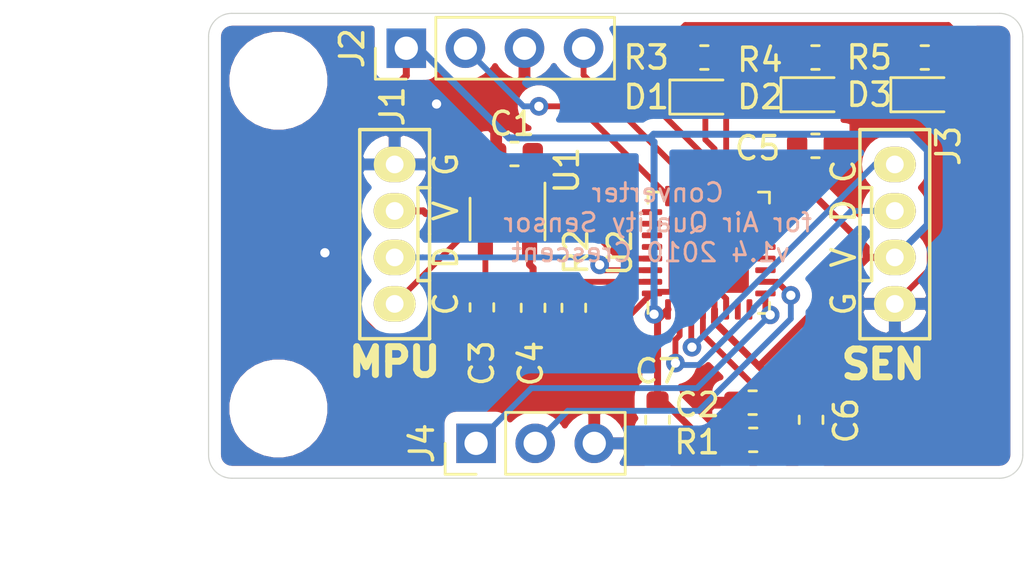
<source format=kicad_pcb>
(kicad_pcb (version 20171130) (host pcbnew "(5.1.2)-1")

  (general
    (thickness 1.6)
    (drawings 13)
    (tracks 216)
    (zones 0)
    (modules 23)
    (nets 21)
  )

  (page A4)
  (title_block
    (title "Environmental Sensor Converter")
    (date 2020-10-03)
    (rev v1.4)
    (company Crescent)
  )

  (layers
    (0 F.Cu signal)
    (31 B.Cu signal)
    (32 B.Adhes user)
    (33 F.Adhes user)
    (34 B.Paste user)
    (35 F.Paste user)
    (36 B.SilkS user)
    (37 F.SilkS user)
    (38 B.Mask user)
    (39 F.Mask user)
    (40 Dwgs.User user)
    (41 Cmts.User user)
    (42 Eco1.User user)
    (43 Eco2.User user)
    (44 Edge.Cuts user)
    (45 Margin user)
    (46 B.CrtYd user)
    (47 F.CrtYd user)
    (48 B.Fab user)
    (49 F.Fab user hide)
  )

  (setup
    (last_trace_width 0.25)
    (trace_clearance 0.18)
    (zone_clearance 0.508)
    (zone_45_only no)
    (trace_min 0.2)
    (via_size 0.8)
    (via_drill 0.4)
    (via_min_size 0.4)
    (via_min_drill 0.3)
    (uvia_size 0.3)
    (uvia_drill 0.1)
    (uvias_allowed no)
    (uvia_min_size 0.2)
    (uvia_min_drill 0.1)
    (edge_width 0.05)
    (segment_width 0.2)
    (pcb_text_width 0.3)
    (pcb_text_size 1.5 1.5)
    (mod_edge_width 0.12)
    (mod_text_size 1 1)
    (mod_text_width 0.15)
    (pad_size 1.524 1.524)
    (pad_drill 0.762)
    (pad_to_mask_clearance 0.051)
    (solder_mask_min_width 0.25)
    (aux_axis_origin 0 0)
    (visible_elements 7FFFFFFF)
    (pcbplotparams
      (layerselection 0x010fc_ffffffff)
      (usegerberextensions true)
      (usegerberattributes false)
      (usegerberadvancedattributes false)
      (creategerberjobfile false)
      (excludeedgelayer true)
      (linewidth 0.100000)
      (plotframeref false)
      (viasonmask false)
      (mode 1)
      (useauxorigin false)
      (hpglpennumber 1)
      (hpglpenspeed 20)
      (hpglpendiameter 15.000000)
      (psnegative false)
      (psa4output false)
      (plotreference true)
      (plotvalue true)
      (plotinvisibletext false)
      (padsonsilk false)
      (subtractmaskfromsilk true)
      (outputformat 1)
      (mirror false)
      (drillshape 0)
      (scaleselection 1)
      (outputdirectory "gerber/"))
  )

  (net 0 "")
  (net 1 +3V3)
  (net 2 "Net-(C3-Pad1)")
  (net 3 /SDA_GV)
  (net 4 /SCL_GV)
  (net 5 /SDA_SEN)
  (net 6 /SCL_SEN)
  (net 7 /SWDIO)
  (net 8 GND)
  (net 9 /5V)
  (net 10 "Net-(C2-Pad1)")
  (net 11 "Net-(D1-Pad1)")
  (net 12 /SWCLK)
  (net 13 /TX)
  (net 14 /RX)
  (net 15 "Net-(R2-Pad1)")
  (net 16 /LED1)
  (net 17 "Net-(D2-Pad1)")
  (net 18 /LED2)
  (net 19 /LED3)
  (net 20 "Net-(D3-Pad1)")

  (net_class Default "これはデフォルトのネット クラスです。"
    (clearance 0.18)
    (trace_width 0.25)
    (via_dia 0.8)
    (via_drill 0.4)
    (uvia_dia 0.3)
    (uvia_drill 0.1)
    (add_net /LED1)
    (add_net /LED2)
    (add_net /LED3)
    (add_net /RX)
    (add_net /SCL_GV)
    (add_net /SCL_SEN)
    (add_net /SDA_GV)
    (add_net /SDA_SEN)
    (add_net /SWCLK)
    (add_net /SWDIO)
    (add_net /TX)
    (add_net GND)
    (add_net "Net-(C2-Pad1)")
    (add_net "Net-(C3-Pad1)")
    (add_net "Net-(D1-Pad1)")
    (add_net "Net-(D2-Pad1)")
    (add_net "Net-(D3-Pad1)")
    (add_net "Net-(R2-Pad1)")
  )

  (net_class POW ""
    (clearance 0.18)
    (trace_width 0.3)
    (via_dia 0.8)
    (via_drill 0.4)
    (uvia_dia 0.3)
    (uvia_drill 0.1)
    (add_net +3V3)
    (add_net /5V)
  )

  (module Package_DFN_QFN:QFN-32-1EP_5x5mm_P0.5mm_EP3.45x3.45mm (layer F.Cu) (tedit 5B4E85CE) (tstamp 5F77EE2F)
    (at 165.5 89.3 90)
    (descr "QFN, 32 Pin (http://www.analog.com/media/en/package-pcb-resources/package/pkg_pdf/ltc-legacy-qfn/QFN_32_05-08-1693.pdf), generated with kicad-footprint-generator ipc_dfn_qfn_generator.py")
    (tags "QFN DFN_QFN")
    (path /5F7804BB)
    (attr smd)
    (fp_text reference U2 (at 0 -3.82 90) (layer F.SilkS)
      (effects (font (size 1 1) (thickness 0.15)))
    )
    (fp_text value STM32F301K8Ux (at 0 3.82 90) (layer F.Fab)
      (effects (font (size 1 1) (thickness 0.15)))
    )
    (fp_text user %R (at 0 0 90) (layer F.Fab)
      (effects (font (size 1 1) (thickness 0.15)))
    )
    (fp_line (start 3.12 -3.12) (end -3.12 -3.12) (layer F.CrtYd) (width 0.05))
    (fp_line (start 3.12 3.12) (end 3.12 -3.12) (layer F.CrtYd) (width 0.05))
    (fp_line (start -3.12 3.12) (end 3.12 3.12) (layer F.CrtYd) (width 0.05))
    (fp_line (start -3.12 -3.12) (end -3.12 3.12) (layer F.CrtYd) (width 0.05))
    (fp_line (start -2.5 -1.5) (end -1.5 -2.5) (layer F.Fab) (width 0.1))
    (fp_line (start -2.5 2.5) (end -2.5 -1.5) (layer F.Fab) (width 0.1))
    (fp_line (start 2.5 2.5) (end -2.5 2.5) (layer F.Fab) (width 0.1))
    (fp_line (start 2.5 -2.5) (end 2.5 2.5) (layer F.Fab) (width 0.1))
    (fp_line (start -1.5 -2.5) (end 2.5 -2.5) (layer F.Fab) (width 0.1))
    (fp_line (start -2.135 -2.61) (end -2.61 -2.61) (layer F.SilkS) (width 0.12))
    (fp_line (start 2.61 2.61) (end 2.61 2.135) (layer F.SilkS) (width 0.12))
    (fp_line (start 2.135 2.61) (end 2.61 2.61) (layer F.SilkS) (width 0.12))
    (fp_line (start -2.61 2.61) (end -2.61 2.135) (layer F.SilkS) (width 0.12))
    (fp_line (start -2.135 2.61) (end -2.61 2.61) (layer F.SilkS) (width 0.12))
    (fp_line (start 2.61 -2.61) (end 2.61 -2.135) (layer F.SilkS) (width 0.12))
    (fp_line (start 2.135 -2.61) (end 2.61 -2.61) (layer F.SilkS) (width 0.12))
    (pad 32 smd roundrect (at -1.75 -2.4375 90) (size 0.25 0.875) (layers F.Cu F.Paste F.Mask) (roundrect_rratio 0.25)
      (net 8 GND))
    (pad 31 smd roundrect (at -1.25 -2.4375 90) (size 0.25 0.875) (layers F.Cu F.Paste F.Mask) (roundrect_rratio 0.25)
      (net 15 "Net-(R2-Pad1)"))
    (pad 30 smd roundrect (at -0.75 -2.4375 90) (size 0.25 0.875) (layers F.Cu F.Paste F.Mask) (roundrect_rratio 0.25)
      (net 3 /SDA_GV))
    (pad 29 smd roundrect (at -0.25 -2.4375 90) (size 0.25 0.875) (layers F.Cu F.Paste F.Mask) (roundrect_rratio 0.25)
      (net 4 /SCL_GV))
    (pad 28 smd roundrect (at 0.25 -2.4375 90) (size 0.25 0.875) (layers F.Cu F.Paste F.Mask) (roundrect_rratio 0.25))
    (pad 27 smd roundrect (at 0.75 -2.4375 90) (size 0.25 0.875) (layers F.Cu F.Paste F.Mask) (roundrect_rratio 0.25))
    (pad 26 smd roundrect (at 1.25 -2.4375 90) (size 0.25 0.875) (layers F.Cu F.Paste F.Mask) (roundrect_rratio 0.25))
    (pad 25 smd roundrect (at 1.75 -2.4375 90) (size 0.25 0.875) (layers F.Cu F.Paste F.Mask) (roundrect_rratio 0.25))
    (pad 24 smd roundrect (at 2.4375 -1.75 90) (size 0.875 0.25) (layers F.Cu F.Paste F.Mask) (roundrect_rratio 0.25)
      (net 12 /SWCLK))
    (pad 23 smd roundrect (at 2.4375 -1.25 90) (size 0.875 0.25) (layers F.Cu F.Paste F.Mask) (roundrect_rratio 0.25)
      (net 7 /SWDIO))
    (pad 22 smd roundrect (at 2.4375 -0.75 90) (size 0.875 0.25) (layers F.Cu F.Paste F.Mask) (roundrect_rratio 0.25))
    (pad 21 smd roundrect (at 2.4375 -0.25 90) (size 0.875 0.25) (layers F.Cu F.Paste F.Mask) (roundrect_rratio 0.25)
      (net 19 /LED3))
    (pad 20 smd roundrect (at 2.4375 0.25 90) (size 0.875 0.25) (layers F.Cu F.Paste F.Mask) (roundrect_rratio 0.25)
      (net 18 /LED2))
    (pad 19 smd roundrect (at 2.4375 0.75 90) (size 0.875 0.25) (layers F.Cu F.Paste F.Mask) (roundrect_rratio 0.25)
      (net 16 /LED1))
    (pad 18 smd roundrect (at 2.4375 1.25 90) (size 0.875 0.25) (layers F.Cu F.Paste F.Mask) (roundrect_rratio 0.25))
    (pad 17 smd roundrect (at 2.4375 1.75 90) (size 0.875 0.25) (layers F.Cu F.Paste F.Mask) (roundrect_rratio 0.25)
      (net 1 +3V3))
    (pad 16 smd roundrect (at 1.75 2.4375 90) (size 0.25 0.875) (layers F.Cu F.Paste F.Mask) (roundrect_rratio 0.25)
      (net 8 GND))
    (pad 15 smd roundrect (at 1.25 2.4375 90) (size 0.25 0.875) (layers F.Cu F.Paste F.Mask) (roundrect_rratio 0.25))
    (pad 14 smd roundrect (at 0.75 2.4375 90) (size 0.25 0.875) (layers F.Cu F.Paste F.Mask) (roundrect_rratio 0.25))
    (pad 13 smd roundrect (at 0.25 2.4375 90) (size 0.25 0.875) (layers F.Cu F.Paste F.Mask) (roundrect_rratio 0.25))
    (pad 12 smd roundrect (at -0.25 2.4375 90) (size 0.25 0.875) (layers F.Cu F.Paste F.Mask) (roundrect_rratio 0.25))
    (pad 11 smd roundrect (at -0.75 2.4375 90) (size 0.25 0.875) (layers F.Cu F.Paste F.Mask) (roundrect_rratio 0.25))
    (pad 10 smd roundrect (at -1.25 2.4375 90) (size 0.25 0.875) (layers F.Cu F.Paste F.Mask) (roundrect_rratio 0.25)
      (net 14 /RX))
    (pad 9 smd roundrect (at -1.75 2.4375 90) (size 0.25 0.875) (layers F.Cu F.Paste F.Mask) (roundrect_rratio 0.25)
      (net 13 /TX))
    (pad 8 smd roundrect (at -2.4375 1.75 90) (size 0.875 0.25) (layers F.Cu F.Paste F.Mask) (roundrect_rratio 0.25))
    (pad 7 smd roundrect (at -2.4375 1.25 90) (size 0.875 0.25) (layers F.Cu F.Paste F.Mask) (roundrect_rratio 0.25))
    (pad 6 smd roundrect (at -2.4375 0.75 90) (size 0.875 0.25) (layers F.Cu F.Paste F.Mask) (roundrect_rratio 0.25)
      (net 8 GND))
    (pad 5 smd roundrect (at -2.4375 0.25 90) (size 0.875 0.25) (layers F.Cu F.Paste F.Mask) (roundrect_rratio 0.25)
      (net 1 +3V3))
    (pad 4 smd roundrect (at -2.4375 -0.25 90) (size 0.875 0.25) (layers F.Cu F.Paste F.Mask) (roundrect_rratio 0.25)
      (net 10 "Net-(C2-Pad1)"))
    (pad 3 smd roundrect (at -2.4375 -0.75 90) (size 0.875 0.25) (layers F.Cu F.Paste F.Mask) (roundrect_rratio 0.25)
      (net 6 /SCL_SEN))
    (pad 2 smd roundrect (at -2.4375 -1.25 90) (size 0.875 0.25) (layers F.Cu F.Paste F.Mask) (roundrect_rratio 0.25)
      (net 5 /SDA_SEN))
    (pad 1 smd roundrect (at -2.4375 -1.75 90) (size 0.875 0.25) (layers F.Cu F.Paste F.Mask) (roundrect_rratio 0.25)
      (net 1 +3V3))
    (pad "" smd roundrect (at 1.15 1.15 90) (size 0.93 0.93) (layers F.Paste) (roundrect_rratio 0.25))
    (pad "" smd roundrect (at 1.15 0 90) (size 0.93 0.93) (layers F.Paste) (roundrect_rratio 0.25))
    (pad "" smd roundrect (at 1.15 -1.15 90) (size 0.93 0.93) (layers F.Paste) (roundrect_rratio 0.25))
    (pad "" smd roundrect (at 0 1.15 90) (size 0.93 0.93) (layers F.Paste) (roundrect_rratio 0.25))
    (pad "" smd roundrect (at 0 0 90) (size 0.93 0.93) (layers F.Paste) (roundrect_rratio 0.25))
    (pad "" smd roundrect (at 0 -1.15 90) (size 0.93 0.93) (layers F.Paste) (roundrect_rratio 0.25))
    (pad "" smd roundrect (at -1.15 1.15 90) (size 0.93 0.93) (layers F.Paste) (roundrect_rratio 0.25))
    (pad "" smd roundrect (at -1.15 0 90) (size 0.93 0.93) (layers F.Paste) (roundrect_rratio 0.25))
    (pad "" smd roundrect (at -1.15 -1.15 90) (size 0.93 0.93) (layers F.Paste) (roundrect_rratio 0.25))
    (pad 33 smd roundrect (at 0 0 90) (size 3.45 3.45) (layers F.Cu F.Mask) (roundrect_rratio 0.072464)
      (net 8 GND))
    (model ${KISYS3DMOD}/Package_DFN_QFN.3dshapes/QFN-32-1EP_5x5mm_P0.5mm_EP3.45x3.45mm.wrl
      (at (xyz 0 0 0))
      (scale (xyz 1 1 1))
      (rotate (xyz 0 0 0))
    )
  )

  (module MountingHole:MountingHole_3.2mm_M3 locked (layer F.Cu) (tedit 56D1B4CB) (tstamp 5F73A165)
    (at 147 96)
    (descr "Mounting Hole 3.2mm, no annular, M3")
    (tags "mounting hole 3.2mm no annular m3")
    (attr virtual)
    (fp_text reference REF2 (at 0 -4.2) (layer F.SilkS) hide
      (effects (font (size 1 1) (thickness 0.15)))
    )
    (fp_text value MountingHole_3.2mm_M3 (at 0 4.2) (layer F.Fab)
      (effects (font (size 1 1) (thickness 0.15)))
    )
    (fp_text user %R (at 0.3 0) (layer F.Fab)
      (effects (font (size 1 1) (thickness 0.15)))
    )
    (fp_circle (center 0 0) (end 3.2 0) (layer Cmts.User) (width 0.15))
    (fp_circle (center 0 0) (end 3.45 0) (layer F.CrtYd) (width 0.05))
    (pad 1 np_thru_hole circle (at 0 0) (size 3.2 3.2) (drill 3.2) (layers *.Cu *.Mask))
  )

  (module MountingHole:MountingHole_3.2mm_M3 locked (layer F.Cu) (tedit 56D1B4CB) (tstamp 5F73A126)
    (at 147 81.9)
    (descr "Mounting Hole 3.2mm, no annular, M3")
    (tags "mounting hole 3.2mm no annular m3")
    (attr virtual)
    (fp_text reference REF1 (at 0 -4.2) (layer F.SilkS) hide
      (effects (font (size 1 1) (thickness 0.15)))
    )
    (fp_text value MountingHole_3.2mm_M3 (at 0 4.2) (layer F.Fab)
      (effects (font (size 1 1) (thickness 0.15)))
    )
    (fp_circle (center 0 0) (end 3.45 0) (layer F.CrtYd) (width 0.05))
    (fp_circle (center 0 0) (end 3.2 0) (layer Cmts.User) (width 0.15))
    (fp_text user %R (at 0.3 0) (layer F.Fab)
      (effects (font (size 1 1) (thickness 0.15)))
    )
    (pad 1 np_thru_hole circle (at 0 0) (size 3.2 3.2) (drill 3.2) (layers *.Cu *.Mask))
  )

  (module Connector_PinHeader_2.54mm:PinHeader_1x04_P2.54mm_Vertical (layer F.Cu) (tedit 59FED5CC) (tstamp 5F063050)
    (at 152.5 80.5 90)
    (descr "Through hole straight pin header, 1x04, 2.54mm pitch, single row")
    (tags "Through hole pin header THT 1x04 2.54mm single row")
    (path /5F08D49A)
    (fp_text reference J2 (at 0 -2.33 90) (layer F.SilkS)
      (effects (font (size 1 1) (thickness 0.15)))
    )
    (fp_text value SWD (at 0 9.95 90) (layer F.Fab)
      (effects (font (size 1 1) (thickness 0.15)))
    )
    (fp_text user %R (at 0 3.81) (layer F.Fab)
      (effects (font (size 1 1) (thickness 0.15)))
    )
    (fp_line (start 1.8 -1.8) (end -1.8 -1.8) (layer F.CrtYd) (width 0.05))
    (fp_line (start 1.8 9.4) (end 1.8 -1.8) (layer F.CrtYd) (width 0.05))
    (fp_line (start -1.8 9.4) (end 1.8 9.4) (layer F.CrtYd) (width 0.05))
    (fp_line (start -1.8 -1.8) (end -1.8 9.4) (layer F.CrtYd) (width 0.05))
    (fp_line (start -1.33 -1.33) (end 0 -1.33) (layer F.SilkS) (width 0.12))
    (fp_line (start -1.33 0) (end -1.33 -1.33) (layer F.SilkS) (width 0.12))
    (fp_line (start -1.33 1.27) (end 1.33 1.27) (layer F.SilkS) (width 0.12))
    (fp_line (start 1.33 1.27) (end 1.33 8.95) (layer F.SilkS) (width 0.12))
    (fp_line (start -1.33 1.27) (end -1.33 8.95) (layer F.SilkS) (width 0.12))
    (fp_line (start -1.33 8.95) (end 1.33 8.95) (layer F.SilkS) (width 0.12))
    (fp_line (start -1.27 -0.635) (end -0.635 -1.27) (layer F.Fab) (width 0.1))
    (fp_line (start -1.27 8.89) (end -1.27 -0.635) (layer F.Fab) (width 0.1))
    (fp_line (start 1.27 8.89) (end -1.27 8.89) (layer F.Fab) (width 0.1))
    (fp_line (start 1.27 -1.27) (end 1.27 8.89) (layer F.Fab) (width 0.1))
    (fp_line (start -0.635 -1.27) (end 1.27 -1.27) (layer F.Fab) (width 0.1))
    (pad 4 thru_hole oval (at 0 7.62 90) (size 1.7 1.7) (drill 1) (layers *.Cu *.Mask)
      (net 7 /SWDIO))
    (pad 3 thru_hole oval (at 0 5.08 90) (size 1.7 1.7) (drill 1) (layers *.Cu *.Mask)
      (net 8 GND))
    (pad 2 thru_hole oval (at 0 2.54 90) (size 1.7 1.7) (drill 1) (layers *.Cu *.Mask)
      (net 12 /SWCLK))
    (pad 1 thru_hole rect (at 0 0 90) (size 1.7 1.7) (drill 1) (layers *.Cu *.Mask)
      (net 1 +3V3))
    (model ${KISYS3DMOD}/Connector_PinHeader_2.54mm.3dshapes/PinHeader_1x04_P2.54mm_Vertical.wrl
      (at (xyz 0 0 0))
      (scale (xyz 1 1 1))
      (rotate (xyz 0 0 0))
    )
  )

  (module Package_TO_SOT_SMD:SOT-23-5 (layer F.Cu) (tedit 5A02FF57) (tstamp 5F062832)
    (at 156.85 87.85 270)
    (descr "5-pin SOT23 package")
    (tags SOT-23-5)
    (path /5F05D2B8)
    (attr smd)
    (fp_text reference U1 (at -2.1 -2.55 90) (layer F.SilkS)
      (effects (font (size 1 1) (thickness 0.15)))
    )
    (fp_text value LD3985M33R_SOT23 (at 0 2.9 90) (layer F.Fab)
      (effects (font (size 1 1) (thickness 0.15)))
    )
    (fp_line (start 0.9 -1.55) (end 0.9 1.55) (layer F.Fab) (width 0.1))
    (fp_line (start 0.9 1.55) (end -0.9 1.55) (layer F.Fab) (width 0.1))
    (fp_line (start -0.9 -0.9) (end -0.9 1.55) (layer F.Fab) (width 0.1))
    (fp_line (start 0.9 -1.55) (end -0.25 -1.55) (layer F.Fab) (width 0.1))
    (fp_line (start -0.9 -0.9) (end -0.25 -1.55) (layer F.Fab) (width 0.1))
    (fp_line (start -1.9 1.8) (end -1.9 -1.8) (layer F.CrtYd) (width 0.05))
    (fp_line (start 1.9 1.8) (end -1.9 1.8) (layer F.CrtYd) (width 0.05))
    (fp_line (start 1.9 -1.8) (end 1.9 1.8) (layer F.CrtYd) (width 0.05))
    (fp_line (start -1.9 -1.8) (end 1.9 -1.8) (layer F.CrtYd) (width 0.05))
    (fp_line (start 0.9 -1.61) (end -1.55 -1.61) (layer F.SilkS) (width 0.12))
    (fp_line (start -0.9 1.61) (end 0.9 1.61) (layer F.SilkS) (width 0.12))
    (fp_text user %R (at 0 0) (layer F.Fab)
      (effects (font (size 0.5 0.5) (thickness 0.075)))
    )
    (pad 5 smd rect (at 1.1 -0.95 270) (size 1.06 0.65) (layers F.Cu F.Paste F.Mask)
      (net 1 +3V3))
    (pad 4 smd rect (at 1.1 0.95 270) (size 1.06 0.65) (layers F.Cu F.Paste F.Mask)
      (net 2 "Net-(C3-Pad1)"))
    (pad 3 smd rect (at -1.1 0.95 270) (size 1.06 0.65) (layers F.Cu F.Paste F.Mask)
      (net 9 /5V))
    (pad 2 smd rect (at -1.1 0 270) (size 1.06 0.65) (layers F.Cu F.Paste F.Mask)
      (net 8 GND))
    (pad 1 smd rect (at -1.1 -0.95 270) (size 1.06 0.65) (layers F.Cu F.Paste F.Mask)
      (net 9 /5V))
    (model ${KISYS3DMOD}/Package_TO_SOT_SMD.3dshapes/SOT-23-5.wrl
      (at (xyz 0 0 0))
      (scale (xyz 1 1 1))
      (rotate (xyz 0 0 0))
    )
  )

  (module GroveCon:GROVE (layer F.Cu) (tedit 5A912222) (tstamp 5F77EFB5)
    (at 173.5 85.5 270)
    (path /5F05E70B)
    (fp_text reference J3 (at -0.8 -2.3 270) (layer F.SilkS)
      (effects (font (size 1 1) (thickness 0.15)))
    )
    (fp_text value Conn_01x04 (at 0.5 -3 90) (layer F.Fab)
      (effects (font (size 1 1) (thickness 0.15)))
    )
    (fp_line (start 7.5 1.5) (end 3 1.5) (layer F.SilkS) (width 0.15))
    (fp_line (start 7.5 -1.5) (end 7.5 1.5) (layer F.SilkS) (width 0.15))
    (fp_line (start -1.5 -1.5) (end 7.5 -1.5) (layer F.SilkS) (width 0.15))
    (fp_line (start -1.5 1.5) (end -1.5 -1.5) (layer F.SilkS) (width 0.15))
    (fp_line (start 3 1.5) (end -1.5 1.5) (layer F.SilkS) (width 0.15))
    (fp_line (start 1 1) (end 1 1.5) (layer F.SilkS) (width 0.15))
    (fp_line (start 5 1) (end 1 1) (layer F.SilkS) (width 0.15))
    (fp_line (start 5 1.5) (end 5 1) (layer F.SilkS) (width 0.15))
    (fp_text user G (at 6 2.2 90) (layer F.SilkS)
      (effects (font (size 1 1) (thickness 0.15)))
    )
    (fp_text user V (at 4 2.2 90) (layer F.SilkS)
      (effects (font (size 1 1) (thickness 0.15)))
    )
    (fp_text user D (at 2 2.2 90) (layer F.SilkS)
      (effects (font (size 1 1) (thickness 0.15)))
    )
    (fp_text user C (at 0.3 2.2 90) (layer F.SilkS)
      (effects (font (size 1 1) (thickness 0.15)))
    )
    (pad 4 thru_hole oval (at 6 0 270) (size 1.524 1.8) (drill 0.762) (layers *.Cu *.Paste *.Mask F.SilkS)
      (net 8 GND))
    (pad 3 thru_hole oval (at 4 0 270) (size 1.524 1.8) (drill 0.762) (layers *.Cu *.Paste *.Mask F.SilkS)
      (net 1 +3V3))
    (pad 2 thru_hole oval (at 2 0 270) (size 1.524 1.8) (drill 0.762) (layers *.Cu *.Paste *.Mask F.SilkS)
      (net 5 /SDA_SEN))
    (pad 1 thru_hole oval (at 0 0 270) (size 1.524 1.8) (drill 0.762) (layers *.Cu *.Paste *.Mask F.SilkS)
      (net 6 /SCL_SEN))
  )

  (module GroveCon:GROVE (layer F.Cu) (tedit 5A912222) (tstamp 5F0627B4)
    (at 152 91.5 90)
    (path /5F05D98D)
    (fp_text reference J1 (at 8.5 -0.1 90) (layer F.SilkS)
      (effects (font (size 1 1) (thickness 0.15)))
    )
    (fp_text value Conn_01x04 (at 0.5 -3 90) (layer F.Fab)
      (effects (font (size 1 1) (thickness 0.15)))
    )
    (fp_line (start 7.5 1.5) (end 3 1.5) (layer F.SilkS) (width 0.15))
    (fp_line (start 7.5 -1.5) (end 7.5 1.5) (layer F.SilkS) (width 0.15))
    (fp_line (start -1.5 -1.5) (end 7.5 -1.5) (layer F.SilkS) (width 0.15))
    (fp_line (start -1.5 1.5) (end -1.5 -1.5) (layer F.SilkS) (width 0.15))
    (fp_line (start 3 1.5) (end -1.5 1.5) (layer F.SilkS) (width 0.15))
    (fp_line (start 1 1) (end 1 1.5) (layer F.SilkS) (width 0.15))
    (fp_line (start 5 1) (end 1 1) (layer F.SilkS) (width 0.15))
    (fp_line (start 5 1.5) (end 5 1) (layer F.SilkS) (width 0.15))
    (fp_text user G (at 6 2.2 90) (layer F.SilkS)
      (effects (font (size 1 1) (thickness 0.15)))
    )
    (fp_text user V (at 4 2.2 90) (layer F.SilkS)
      (effects (font (size 1 1) (thickness 0.15)))
    )
    (fp_text user D (at 2 2.2 90) (layer F.SilkS)
      (effects (font (size 1 1) (thickness 0.15)))
    )
    (fp_text user C (at 0 2.2 90) (layer F.SilkS)
      (effects (font (size 1 1) (thickness 0.15)))
    )
    (pad 4 thru_hole oval (at 6 0 90) (size 1.524 1.8) (drill 0.762) (layers *.Cu *.Paste *.Mask F.SilkS)
      (net 8 GND))
    (pad 3 thru_hole oval (at 4 0 90) (size 1.524 1.8) (drill 0.762) (layers *.Cu *.Paste *.Mask F.SilkS)
      (net 9 /5V))
    (pad 2 thru_hole oval (at 2 0 90) (size 1.524 1.8) (drill 0.762) (layers *.Cu *.Paste *.Mask F.SilkS)
      (net 3 /SDA_GV))
    (pad 1 thru_hole oval (at 0 0 90) (size 1.524 1.8) (drill 0.762) (layers *.Cu *.Paste *.Mask F.SilkS)
      (net 4 /SCL_GV))
  )

  (module Capacitor_SMD:C_0603_1608Metric (layer F.Cu) (tedit 5B301BBE) (tstamp 5F0627A0)
    (at 157.95 91.67 270)
    (descr "Capacitor SMD 0603 (1608 Metric), square (rectangular) end terminal, IPC_7351 nominal, (Body size source: http://www.tortai-tech.com/upload/download/2011102023233369053.pdf), generated with kicad-footprint-generator")
    (tags capacitor)
    (path /5F062C03)
    (attr smd)
    (fp_text reference C4 (at 2.4 0.1 90) (layer F.SilkS)
      (effects (font (size 1 1) (thickness 0.15)))
    )
    (fp_text value 2.2u (at 0 1.43 90) (layer F.Fab)
      (effects (font (size 1 1) (thickness 0.15)))
    )
    (fp_text user %R (at 0 0 90) (layer F.Fab)
      (effects (font (size 0.4 0.4) (thickness 0.06)))
    )
    (fp_line (start 1.48 0.73) (end -1.48 0.73) (layer F.CrtYd) (width 0.05))
    (fp_line (start 1.48 -0.73) (end 1.48 0.73) (layer F.CrtYd) (width 0.05))
    (fp_line (start -1.48 -0.73) (end 1.48 -0.73) (layer F.CrtYd) (width 0.05))
    (fp_line (start -1.48 0.73) (end -1.48 -0.73) (layer F.CrtYd) (width 0.05))
    (fp_line (start -0.162779 0.51) (end 0.162779 0.51) (layer F.SilkS) (width 0.12))
    (fp_line (start -0.162779 -0.51) (end 0.162779 -0.51) (layer F.SilkS) (width 0.12))
    (fp_line (start 0.8 0.4) (end -0.8 0.4) (layer F.Fab) (width 0.1))
    (fp_line (start 0.8 -0.4) (end 0.8 0.4) (layer F.Fab) (width 0.1))
    (fp_line (start -0.8 -0.4) (end 0.8 -0.4) (layer F.Fab) (width 0.1))
    (fp_line (start -0.8 0.4) (end -0.8 -0.4) (layer F.Fab) (width 0.1))
    (pad 2 smd roundrect (at 0.7875 0 270) (size 0.875 0.95) (layers F.Cu F.Paste F.Mask) (roundrect_rratio 0.25)
      (net 8 GND))
    (pad 1 smd roundrect (at -0.7875 0 270) (size 0.875 0.95) (layers F.Cu F.Paste F.Mask) (roundrect_rratio 0.25)
      (net 1 +3V3))
    (model ${KISYS3DMOD}/Capacitor_SMD.3dshapes/C_0603_1608Metric.wrl
      (at (xyz 0 0 0))
      (scale (xyz 1 1 1))
      (rotate (xyz 0 0 0))
    )
  )

  (module Capacitor_SMD:C_0603_1608Metric (layer F.Cu) (tedit 5B301BBE) (tstamp 5F06278F)
    (at 155.75 91.65 270)
    (descr "Capacitor SMD 0603 (1608 Metric), square (rectangular) end terminal, IPC_7351 nominal, (Body size source: http://www.tortai-tech.com/upload/download/2011102023233369053.pdf), generated with kicad-footprint-generator")
    (tags capacitor)
    (path /5F062083)
    (attr smd)
    (fp_text reference C3 (at 2.4 0 90) (layer F.SilkS)
      (effects (font (size 1 1) (thickness 0.15)))
    )
    (fp_text value 0.01u (at 0 1.43 90) (layer F.Fab)
      (effects (font (size 1 1) (thickness 0.15)))
    )
    (fp_text user %R (at 0 0 90) (layer F.Fab)
      (effects (font (size 0.4 0.4) (thickness 0.06)))
    )
    (fp_line (start 1.48 0.73) (end -1.48 0.73) (layer F.CrtYd) (width 0.05))
    (fp_line (start 1.48 -0.73) (end 1.48 0.73) (layer F.CrtYd) (width 0.05))
    (fp_line (start -1.48 -0.73) (end 1.48 -0.73) (layer F.CrtYd) (width 0.05))
    (fp_line (start -1.48 0.73) (end -1.48 -0.73) (layer F.CrtYd) (width 0.05))
    (fp_line (start -0.162779 0.51) (end 0.162779 0.51) (layer F.SilkS) (width 0.12))
    (fp_line (start -0.162779 -0.51) (end 0.162779 -0.51) (layer F.SilkS) (width 0.12))
    (fp_line (start 0.8 0.4) (end -0.8 0.4) (layer F.Fab) (width 0.1))
    (fp_line (start 0.8 -0.4) (end 0.8 0.4) (layer F.Fab) (width 0.1))
    (fp_line (start -0.8 -0.4) (end 0.8 -0.4) (layer F.Fab) (width 0.1))
    (fp_line (start -0.8 0.4) (end -0.8 -0.4) (layer F.Fab) (width 0.1))
    (pad 2 smd roundrect (at 0.7875 0 270) (size 0.875 0.95) (layers F.Cu F.Paste F.Mask) (roundrect_rratio 0.25)
      (net 8 GND))
    (pad 1 smd roundrect (at -0.7875 0 270) (size 0.875 0.95) (layers F.Cu F.Paste F.Mask) (roundrect_rratio 0.25)
      (net 2 "Net-(C3-Pad1)"))
    (model ${KISYS3DMOD}/Capacitor_SMD.3dshapes/C_0603_1608Metric.wrl
      (at (xyz 0 0 0))
      (scale (xyz 1 1 1))
      (rotate (xyz 0 0 0))
    )
  )

  (module Capacitor_SMD:C_0603_1608Metric (layer F.Cu) (tedit 5B301BBE) (tstamp 5F06276D)
    (at 157.15 85.05 180)
    (descr "Capacitor SMD 0603 (1608 Metric), square (rectangular) end terminal, IPC_7351 nominal, (Body size source: http://www.tortai-tech.com/upload/download/2011102023233369053.pdf), generated with kicad-footprint-generator")
    (tags capacitor)
    (path /5F05FD8C)
    (attr smd)
    (fp_text reference C1 (at 0.1 1.3) (layer F.SilkS)
      (effects (font (size 1 1) (thickness 0.15)))
    )
    (fp_text value 2.2u (at 0 1.43) (layer F.Fab)
      (effects (font (size 1 1) (thickness 0.15)))
    )
    (fp_text user %R (at 0 0) (layer F.Fab)
      (effects (font (size 0.4 0.4) (thickness 0.06)))
    )
    (fp_line (start 1.48 0.73) (end -1.48 0.73) (layer F.CrtYd) (width 0.05))
    (fp_line (start 1.48 -0.73) (end 1.48 0.73) (layer F.CrtYd) (width 0.05))
    (fp_line (start -1.48 -0.73) (end 1.48 -0.73) (layer F.CrtYd) (width 0.05))
    (fp_line (start -1.48 0.73) (end -1.48 -0.73) (layer F.CrtYd) (width 0.05))
    (fp_line (start -0.162779 0.51) (end 0.162779 0.51) (layer F.SilkS) (width 0.12))
    (fp_line (start -0.162779 -0.51) (end 0.162779 -0.51) (layer F.SilkS) (width 0.12))
    (fp_line (start 0.8 0.4) (end -0.8 0.4) (layer F.Fab) (width 0.1))
    (fp_line (start 0.8 -0.4) (end 0.8 0.4) (layer F.Fab) (width 0.1))
    (fp_line (start -0.8 -0.4) (end 0.8 -0.4) (layer F.Fab) (width 0.1))
    (fp_line (start -0.8 0.4) (end -0.8 -0.4) (layer F.Fab) (width 0.1))
    (pad 2 smd roundrect (at 0.7875 0 180) (size 0.875 0.95) (layers F.Cu F.Paste F.Mask) (roundrect_rratio 0.25)
      (net 8 GND))
    (pad 1 smd roundrect (at -0.7875 0 180) (size 0.875 0.95) (layers F.Cu F.Paste F.Mask) (roundrect_rratio 0.25)
      (net 9 /5V))
    (model ${KISYS3DMOD}/Capacitor_SMD.3dshapes/C_0603_1608Metric.wrl
      (at (xyz 0 0 0))
      (scale (xyz 1 1 1))
      (rotate (xyz 0 0 0))
    )
  )

  (module Capacitor_SMD:C_0603_1608Metric (layer F.Cu) (tedit 5B301BBE) (tstamp 5F733EF5)
    (at 167.388 95.75 180)
    (descr "Capacitor SMD 0603 (1608 Metric), square (rectangular) end terminal, IPC_7351 nominal, (Body size source: http://www.tortai-tech.com/upload/download/2011102023233369053.pdf), generated with kicad-footprint-generator")
    (tags capacitor)
    (path /5F5EDAA1)
    (attr smd)
    (fp_text reference C2 (at 2.3875 -0.1) (layer F.SilkS)
      (effects (font (size 1 1) (thickness 0.15)))
    )
    (fp_text value 0.1u (at 0 1.43) (layer F.Fab)
      (effects (font (size 1 1) (thickness 0.15)))
    )
    (fp_text user %R (at 0 0) (layer F.Fab)
      (effects (font (size 0.4 0.4) (thickness 0.06)))
    )
    (fp_line (start 1.48 0.73) (end -1.48 0.73) (layer F.CrtYd) (width 0.05))
    (fp_line (start 1.48 -0.73) (end 1.48 0.73) (layer F.CrtYd) (width 0.05))
    (fp_line (start -1.48 -0.73) (end 1.48 -0.73) (layer F.CrtYd) (width 0.05))
    (fp_line (start -1.48 0.73) (end -1.48 -0.73) (layer F.CrtYd) (width 0.05))
    (fp_line (start -0.162779 0.51) (end 0.162779 0.51) (layer F.SilkS) (width 0.12))
    (fp_line (start -0.162779 -0.51) (end 0.162779 -0.51) (layer F.SilkS) (width 0.12))
    (fp_line (start 0.8 0.4) (end -0.8 0.4) (layer F.Fab) (width 0.1))
    (fp_line (start 0.8 -0.4) (end 0.8 0.4) (layer F.Fab) (width 0.1))
    (fp_line (start -0.8 -0.4) (end 0.8 -0.4) (layer F.Fab) (width 0.1))
    (fp_line (start -0.8 0.4) (end -0.8 -0.4) (layer F.Fab) (width 0.1))
    (pad 2 smd roundrect (at 0.7875 0 180) (size 0.875 0.95) (layers F.Cu F.Paste F.Mask) (roundrect_rratio 0.25)
      (net 8 GND))
    (pad 1 smd roundrect (at -0.7875 0 180) (size 0.875 0.95) (layers F.Cu F.Paste F.Mask) (roundrect_rratio 0.25)
      (net 10 "Net-(C2-Pad1)"))
    (model ${KISYS3DMOD}/Capacitor_SMD.3dshapes/C_0603_1608Metric.wrl
      (at (xyz 0 0 0))
      (scale (xyz 1 1 1))
      (rotate (xyz 0 0 0))
    )
  )

  (module Capacitor_SMD:C_0603_1608Metric (layer F.Cu) (tedit 5B301BBE) (tstamp 5F5CB49A)
    (at 170.088 84.7)
    (descr "Capacitor SMD 0603 (1608 Metric), square (rectangular) end terminal, IPC_7351 nominal, (Body size source: http://www.tortai-tech.com/upload/download/2011102023233369053.pdf), generated with kicad-footprint-generator")
    (tags capacitor)
    (path /5F5D5437)
    (attr smd)
    (fp_text reference C5 (at -2.4875 0.1) (layer F.SilkS)
      (effects (font (size 1 1) (thickness 0.15)))
    )
    (fp_text value 0.1u (at 0 1.43) (layer F.Fab)
      (effects (font (size 1 1) (thickness 0.15)))
    )
    (fp_line (start -0.8 0.4) (end -0.8 -0.4) (layer F.Fab) (width 0.1))
    (fp_line (start -0.8 -0.4) (end 0.8 -0.4) (layer F.Fab) (width 0.1))
    (fp_line (start 0.8 -0.4) (end 0.8 0.4) (layer F.Fab) (width 0.1))
    (fp_line (start 0.8 0.4) (end -0.8 0.4) (layer F.Fab) (width 0.1))
    (fp_line (start -0.162779 -0.51) (end 0.162779 -0.51) (layer F.SilkS) (width 0.12))
    (fp_line (start -0.162779 0.51) (end 0.162779 0.51) (layer F.SilkS) (width 0.12))
    (fp_line (start -1.48 0.73) (end -1.48 -0.73) (layer F.CrtYd) (width 0.05))
    (fp_line (start -1.48 -0.73) (end 1.48 -0.73) (layer F.CrtYd) (width 0.05))
    (fp_line (start 1.48 -0.73) (end 1.48 0.73) (layer F.CrtYd) (width 0.05))
    (fp_line (start 1.48 0.73) (end -1.48 0.73) (layer F.CrtYd) (width 0.05))
    (fp_text user %R (at 0 0) (layer F.Fab)
      (effects (font (size 0.4 0.4) (thickness 0.06)))
    )
    (pad 1 smd roundrect (at -0.7875 0) (size 0.875 0.95) (layers F.Cu F.Paste F.Mask) (roundrect_rratio 0.25)
      (net 1 +3V3))
    (pad 2 smd roundrect (at 0.7875 0) (size 0.875 0.95) (layers F.Cu F.Paste F.Mask) (roundrect_rratio 0.25)
      (net 8 GND))
    (model ${KISYS3DMOD}/Capacitor_SMD.3dshapes/C_0603_1608Metric.wrl
      (at (xyz 0 0 0))
      (scale (xyz 1 1 1))
      (rotate (xyz 0 0 0))
    )
  )

  (module Capacitor_SMD:C_0603_1608Metric (layer F.Cu) (tedit 5B301BBE) (tstamp 5F5CB4AB)
    (at 169.9 96.4875 270)
    (descr "Capacitor SMD 0603 (1608 Metric), square (rectangular) end terminal, IPC_7351 nominal, (Body size source: http://www.tortai-tech.com/upload/download/2011102023233369053.pdf), generated with kicad-footprint-generator")
    (tags capacitor)
    (path /5F5D63DF)
    (attr smd)
    (fp_text reference C6 (at 0.0375 -1.5 90) (layer F.SilkS)
      (effects (font (size 1 1) (thickness 0.15)))
    )
    (fp_text value 0.1u (at 0 1.43 90) (layer F.Fab)
      (effects (font (size 1 1) (thickness 0.15)))
    )
    (fp_text user %R (at 0 0 90) (layer F.Fab)
      (effects (font (size 0.4 0.4) (thickness 0.06)))
    )
    (fp_line (start 1.48 0.73) (end -1.48 0.73) (layer F.CrtYd) (width 0.05))
    (fp_line (start 1.48 -0.73) (end 1.48 0.73) (layer F.CrtYd) (width 0.05))
    (fp_line (start -1.48 -0.73) (end 1.48 -0.73) (layer F.CrtYd) (width 0.05))
    (fp_line (start -1.48 0.73) (end -1.48 -0.73) (layer F.CrtYd) (width 0.05))
    (fp_line (start -0.162779 0.51) (end 0.162779 0.51) (layer F.SilkS) (width 0.12))
    (fp_line (start -0.162779 -0.51) (end 0.162779 -0.51) (layer F.SilkS) (width 0.12))
    (fp_line (start 0.8 0.4) (end -0.8 0.4) (layer F.Fab) (width 0.1))
    (fp_line (start 0.8 -0.4) (end 0.8 0.4) (layer F.Fab) (width 0.1))
    (fp_line (start -0.8 -0.4) (end 0.8 -0.4) (layer F.Fab) (width 0.1))
    (fp_line (start -0.8 0.4) (end -0.8 -0.4) (layer F.Fab) (width 0.1))
    (pad 2 smd roundrect (at 0.7875 0 270) (size 0.875 0.95) (layers F.Cu F.Paste F.Mask) (roundrect_rratio 0.25)
      (net 8 GND))
    (pad 1 smd roundrect (at -0.7875 0 270) (size 0.875 0.95) (layers F.Cu F.Paste F.Mask) (roundrect_rratio 0.25)
      (net 1 +3V3))
    (model ${KISYS3DMOD}/Capacitor_SMD.3dshapes/C_0603_1608Metric.wrl
      (at (xyz 0 0 0))
      (scale (xyz 1 1 1))
      (rotate (xyz 0 0 0))
    )
  )

  (module Capacitor_SMD:C_0603_1608Metric (layer F.Cu) (tedit 5B301BBE) (tstamp 5F5CB4BC)
    (at 163.3 96.4875 270)
    (descr "Capacitor SMD 0603 (1608 Metric), square (rectangular) end terminal, IPC_7351 nominal, (Body size source: http://www.tortai-tech.com/upload/download/2011102023233369053.pdf), generated with kicad-footprint-generator")
    (tags capacitor)
    (path /5F5D6DFF)
    (attr smd)
    (fp_text reference C7 (at -2.0875 0 180) (layer F.SilkS)
      (effects (font (size 1 1) (thickness 0.15)))
    )
    (fp_text value 0.1u (at 0 1.43 90) (layer F.Fab)
      (effects (font (size 1 1) (thickness 0.15)))
    )
    (fp_line (start -0.8 0.4) (end -0.8 -0.4) (layer F.Fab) (width 0.1))
    (fp_line (start -0.8 -0.4) (end 0.8 -0.4) (layer F.Fab) (width 0.1))
    (fp_line (start 0.8 -0.4) (end 0.8 0.4) (layer F.Fab) (width 0.1))
    (fp_line (start 0.8 0.4) (end -0.8 0.4) (layer F.Fab) (width 0.1))
    (fp_line (start -0.162779 -0.51) (end 0.162779 -0.51) (layer F.SilkS) (width 0.12))
    (fp_line (start -0.162779 0.51) (end 0.162779 0.51) (layer F.SilkS) (width 0.12))
    (fp_line (start -1.48 0.73) (end -1.48 -0.73) (layer F.CrtYd) (width 0.05))
    (fp_line (start -1.48 -0.73) (end 1.48 -0.73) (layer F.CrtYd) (width 0.05))
    (fp_line (start 1.48 -0.73) (end 1.48 0.73) (layer F.CrtYd) (width 0.05))
    (fp_line (start 1.48 0.73) (end -1.48 0.73) (layer F.CrtYd) (width 0.05))
    (fp_text user %R (at 0 0 90) (layer F.Fab)
      (effects (font (size 0.4 0.4) (thickness 0.06)))
    )
    (pad 1 smd roundrect (at -0.7875 0 270) (size 0.875 0.95) (layers F.Cu F.Paste F.Mask) (roundrect_rratio 0.25)
      (net 1 +3V3))
    (pad 2 smd roundrect (at 0.7875 0 270) (size 0.875 0.95) (layers F.Cu F.Paste F.Mask) (roundrect_rratio 0.25)
      (net 8 GND))
    (model ${KISYS3DMOD}/Capacitor_SMD.3dshapes/C_0603_1608Metric.wrl
      (at (xyz 0 0 0))
      (scale (xyz 1 1 1))
      (rotate (xyz 0 0 0))
    )
  )

  (module Diode_SMD:D_0603_1608Metric (layer F.Cu) (tedit 5B301BBE) (tstamp 5F5CB4CF)
    (at 165.312 82.6)
    (descr "Diode SMD 0603 (1608 Metric), square (rectangular) end terminal, IPC_7351 nominal, (Body size source: http://www.tortai-tech.com/upload/download/2011102023233369053.pdf), generated with kicad-footprint-generator")
    (tags diode)
    (path /5F61429B)
    (attr smd)
    (fp_text reference D1 (at -2.5 0) (layer F.SilkS)
      (effects (font (size 1 1) (thickness 0.15)))
    )
    (fp_text value LED (at 0 1.43) (layer F.Fab)
      (effects (font (size 1 1) (thickness 0.15)))
    )
    (fp_line (start 0.8 -0.4) (end -0.5 -0.4) (layer F.Fab) (width 0.1))
    (fp_line (start -0.5 -0.4) (end -0.8 -0.1) (layer F.Fab) (width 0.1))
    (fp_line (start -0.8 -0.1) (end -0.8 0.4) (layer F.Fab) (width 0.1))
    (fp_line (start -0.8 0.4) (end 0.8 0.4) (layer F.Fab) (width 0.1))
    (fp_line (start 0.8 0.4) (end 0.8 -0.4) (layer F.Fab) (width 0.1))
    (fp_line (start 0.8 -0.735) (end -1.485 -0.735) (layer F.SilkS) (width 0.12))
    (fp_line (start -1.485 -0.735) (end -1.485 0.735) (layer F.SilkS) (width 0.12))
    (fp_line (start -1.485 0.735) (end 0.8 0.735) (layer F.SilkS) (width 0.12))
    (fp_line (start -1.48 0.73) (end -1.48 -0.73) (layer F.CrtYd) (width 0.05))
    (fp_line (start -1.48 -0.73) (end 1.48 -0.73) (layer F.CrtYd) (width 0.05))
    (fp_line (start 1.48 -0.73) (end 1.48 0.73) (layer F.CrtYd) (width 0.05))
    (fp_line (start 1.48 0.73) (end -1.48 0.73) (layer F.CrtYd) (width 0.05))
    (fp_text user %R (at 0 0) (layer F.Fab)
      (effects (font (size 0.4 0.4) (thickness 0.06)))
    )
    (pad 1 smd roundrect (at -0.7875 0) (size 0.875 0.95) (layers F.Cu F.Paste F.Mask) (roundrect_rratio 0.25)
      (net 11 "Net-(D1-Pad1)"))
    (pad 2 smd roundrect (at 0.7875 0) (size 0.875 0.95) (layers F.Cu F.Paste F.Mask) (roundrect_rratio 0.25)
      (net 16 /LED1))
    (model ${KISYS3DMOD}/Diode_SMD.3dshapes/D_0603_1608Metric.wrl
      (at (xyz 0 0 0))
      (scale (xyz 1 1 1))
      (rotate (xyz 0 0 0))
    )
  )

  (module Connector_PinHeader_2.54mm:PinHeader_1x03_P2.54mm_Vertical (layer F.Cu) (tedit 59FED5CC) (tstamp 5F5CB4E6)
    (at 155.5 97.5 90)
    (descr "Through hole straight pin header, 1x03, 2.54mm pitch, single row")
    (tags "Through hole pin header THT 1x03 2.54mm single row")
    (path /5F635AF8)
    (fp_text reference J4 (at 0 -2.33 90) (layer F.SilkS)
      (effects (font (size 1 1) (thickness 0.15)))
    )
    (fp_text value Conn_01x03 (at 0 7.41 90) (layer F.Fab)
      (effects (font (size 1 1) (thickness 0.15)))
    )
    (fp_line (start -0.635 -1.27) (end 1.27 -1.27) (layer F.Fab) (width 0.1))
    (fp_line (start 1.27 -1.27) (end 1.27 6.35) (layer F.Fab) (width 0.1))
    (fp_line (start 1.27 6.35) (end -1.27 6.35) (layer F.Fab) (width 0.1))
    (fp_line (start -1.27 6.35) (end -1.27 -0.635) (layer F.Fab) (width 0.1))
    (fp_line (start -1.27 -0.635) (end -0.635 -1.27) (layer F.Fab) (width 0.1))
    (fp_line (start -1.33 6.41) (end 1.33 6.41) (layer F.SilkS) (width 0.12))
    (fp_line (start -1.33 1.27) (end -1.33 6.41) (layer F.SilkS) (width 0.12))
    (fp_line (start 1.33 1.27) (end 1.33 6.41) (layer F.SilkS) (width 0.12))
    (fp_line (start -1.33 1.27) (end 1.33 1.27) (layer F.SilkS) (width 0.12))
    (fp_line (start -1.33 0) (end -1.33 -1.33) (layer F.SilkS) (width 0.12))
    (fp_line (start -1.33 -1.33) (end 0 -1.33) (layer F.SilkS) (width 0.12))
    (fp_line (start -1.8 -1.8) (end -1.8 6.85) (layer F.CrtYd) (width 0.05))
    (fp_line (start -1.8 6.85) (end 1.8 6.85) (layer F.CrtYd) (width 0.05))
    (fp_line (start 1.8 6.85) (end 1.8 -1.8) (layer F.CrtYd) (width 0.05))
    (fp_line (start 1.8 -1.8) (end -1.8 -1.8) (layer F.CrtYd) (width 0.05))
    (fp_text user %R (at 0 2.54) (layer F.Fab)
      (effects (font (size 1 1) (thickness 0.15)))
    )
    (pad 1 thru_hole rect (at 0 0 90) (size 1.7 1.7) (drill 1) (layers *.Cu *.Mask)
      (net 13 /TX))
    (pad 2 thru_hole oval (at 0 2.54 90) (size 1.7 1.7) (drill 1) (layers *.Cu *.Mask)
      (net 14 /RX))
    (pad 3 thru_hole oval (at 0 5.08 90) (size 1.7 1.7) (drill 1) (layers *.Cu *.Mask)
      (net 8 GND))
    (model ${KISYS3DMOD}/Connector_PinHeader_2.54mm.3dshapes/PinHeader_1x03_P2.54mm_Vertical.wrl
      (at (xyz 0 0 0))
      (scale (xyz 1 1 1))
      (rotate (xyz 0 0 0))
    )
  )

  (module Resistor_SMD:R_0603_1608Metric (layer F.Cu) (tedit 5B301BBD) (tstamp 5F5CB4F7)
    (at 167.412 97.35)
    (descr "Resistor SMD 0603 (1608 Metric), square (rectangular) end terminal, IPC_7351 nominal, (Body size source: http://www.tortai-tech.com/upload/download/2011102023233369053.pdf), generated with kicad-footprint-generator")
    (tags resistor)
    (path /5F5E4ABA)
    (attr smd)
    (fp_text reference R1 (at -2.4125 0.1) (layer F.SilkS)
      (effects (font (size 1 1) (thickness 0.15)))
    )
    (fp_text value 10k (at 0 1.43) (layer F.Fab)
      (effects (font (size 1 1) (thickness 0.15)))
    )
    (fp_line (start -0.8 0.4) (end -0.8 -0.4) (layer F.Fab) (width 0.1))
    (fp_line (start -0.8 -0.4) (end 0.8 -0.4) (layer F.Fab) (width 0.1))
    (fp_line (start 0.8 -0.4) (end 0.8 0.4) (layer F.Fab) (width 0.1))
    (fp_line (start 0.8 0.4) (end -0.8 0.4) (layer F.Fab) (width 0.1))
    (fp_line (start -0.162779 -0.51) (end 0.162779 -0.51) (layer F.SilkS) (width 0.12))
    (fp_line (start -0.162779 0.51) (end 0.162779 0.51) (layer F.SilkS) (width 0.12))
    (fp_line (start -1.48 0.73) (end -1.48 -0.73) (layer F.CrtYd) (width 0.05))
    (fp_line (start -1.48 -0.73) (end 1.48 -0.73) (layer F.CrtYd) (width 0.05))
    (fp_line (start 1.48 -0.73) (end 1.48 0.73) (layer F.CrtYd) (width 0.05))
    (fp_line (start 1.48 0.73) (end -1.48 0.73) (layer F.CrtYd) (width 0.05))
    (fp_text user %R (at 0 0) (layer F.Fab)
      (effects (font (size 0.4 0.4) (thickness 0.06)))
    )
    (pad 1 smd roundrect (at -0.7875 0) (size 0.875 0.95) (layers F.Cu F.Paste F.Mask) (roundrect_rratio 0.25)
      (net 1 +3V3))
    (pad 2 smd roundrect (at 0.7875 0) (size 0.875 0.95) (layers F.Cu F.Paste F.Mask) (roundrect_rratio 0.25)
      (net 10 "Net-(C2-Pad1)"))
    (model ${KISYS3DMOD}/Resistor_SMD.3dshapes/R_0603_1608Metric.wrl
      (at (xyz 0 0 0))
      (scale (xyz 1 1 1))
      (rotate (xyz 0 0 0))
    )
  )

  (module Resistor_SMD:R_0603_1608Metric (layer F.Cu) (tedit 5B301BBD) (tstamp 5F5CB508)
    (at 159.7 91.67 270)
    (descr "Resistor SMD 0603 (1608 Metric), square (rectangular) end terminal, IPC_7351 nominal, (Body size source: http://www.tortai-tech.com/upload/download/2011102023233369053.pdf), generated with kicad-footprint-generator")
    (tags resistor)
    (path /5F5E9AD0)
    (attr smd)
    (fp_text reference R2 (at -2.4 -0.1 90) (layer F.SilkS)
      (effects (font (size 1 1) (thickness 0.15)))
    )
    (fp_text value 10k (at 0 1.43 90) (layer F.Fab)
      (effects (font (size 1 1) (thickness 0.15)))
    )
    (fp_text user %R (at 0 0 90) (layer F.Fab)
      (effects (font (size 0.4 0.4) (thickness 0.06)))
    )
    (fp_line (start 1.48 0.73) (end -1.48 0.73) (layer F.CrtYd) (width 0.05))
    (fp_line (start 1.48 -0.73) (end 1.48 0.73) (layer F.CrtYd) (width 0.05))
    (fp_line (start -1.48 -0.73) (end 1.48 -0.73) (layer F.CrtYd) (width 0.05))
    (fp_line (start -1.48 0.73) (end -1.48 -0.73) (layer F.CrtYd) (width 0.05))
    (fp_line (start -0.162779 0.51) (end 0.162779 0.51) (layer F.SilkS) (width 0.12))
    (fp_line (start -0.162779 -0.51) (end 0.162779 -0.51) (layer F.SilkS) (width 0.12))
    (fp_line (start 0.8 0.4) (end -0.8 0.4) (layer F.Fab) (width 0.1))
    (fp_line (start 0.8 -0.4) (end 0.8 0.4) (layer F.Fab) (width 0.1))
    (fp_line (start -0.8 -0.4) (end 0.8 -0.4) (layer F.Fab) (width 0.1))
    (fp_line (start -0.8 0.4) (end -0.8 -0.4) (layer F.Fab) (width 0.1))
    (pad 2 smd roundrect (at 0.7875 0 270) (size 0.875 0.95) (layers F.Cu F.Paste F.Mask) (roundrect_rratio 0.25)
      (net 8 GND))
    (pad 1 smd roundrect (at -0.7875 0 270) (size 0.875 0.95) (layers F.Cu F.Paste F.Mask) (roundrect_rratio 0.25)
      (net 15 "Net-(R2-Pad1)"))
    (model ${KISYS3DMOD}/Resistor_SMD.3dshapes/R_0603_1608Metric.wrl
      (at (xyz 0 0 0))
      (scale (xyz 1 1 1))
      (rotate (xyz 0 0 0))
    )
  )

  (module Resistor_SMD:R_0603_1608Metric (layer F.Cu) (tedit 5B301BBD) (tstamp 5F5CB519)
    (at 165.312 80.9)
    (descr "Resistor SMD 0603 (1608 Metric), square (rectangular) end terminal, IPC_7351 nominal, (Body size source: http://www.tortai-tech.com/upload/download/2011102023233369053.pdf), generated with kicad-footprint-generator")
    (tags resistor)
    (path /5F615760)
    (attr smd)
    (fp_text reference R3 (at -2.5 0) (layer F.SilkS)
      (effects (font (size 1 1) (thickness 0.15)))
    )
    (fp_text value 1k (at 0 1.43) (layer F.Fab)
      (effects (font (size 1 1) (thickness 0.15)))
    )
    (fp_line (start -0.8 0.4) (end -0.8 -0.4) (layer F.Fab) (width 0.1))
    (fp_line (start -0.8 -0.4) (end 0.8 -0.4) (layer F.Fab) (width 0.1))
    (fp_line (start 0.8 -0.4) (end 0.8 0.4) (layer F.Fab) (width 0.1))
    (fp_line (start 0.8 0.4) (end -0.8 0.4) (layer F.Fab) (width 0.1))
    (fp_line (start -0.162779 -0.51) (end 0.162779 -0.51) (layer F.SilkS) (width 0.12))
    (fp_line (start -0.162779 0.51) (end 0.162779 0.51) (layer F.SilkS) (width 0.12))
    (fp_line (start -1.48 0.73) (end -1.48 -0.73) (layer F.CrtYd) (width 0.05))
    (fp_line (start -1.48 -0.73) (end 1.48 -0.73) (layer F.CrtYd) (width 0.05))
    (fp_line (start 1.48 -0.73) (end 1.48 0.73) (layer F.CrtYd) (width 0.05))
    (fp_line (start 1.48 0.73) (end -1.48 0.73) (layer F.CrtYd) (width 0.05))
    (fp_text user %R (at 0 0) (layer F.Fab)
      (effects (font (size 0.4 0.4) (thickness 0.06)))
    )
    (pad 1 smd roundrect (at -0.7875 0) (size 0.875 0.95) (layers F.Cu F.Paste F.Mask) (roundrect_rratio 0.25)
      (net 11 "Net-(D1-Pad1)"))
    (pad 2 smd roundrect (at 0.7875 0) (size 0.875 0.95) (layers F.Cu F.Paste F.Mask) (roundrect_rratio 0.25)
      (net 8 GND))
    (model ${KISYS3DMOD}/Resistor_SMD.3dshapes/R_0603_1608Metric.wrl
      (at (xyz 0 0 0))
      (scale (xyz 1 1 1))
      (rotate (xyz 0 0 0))
    )
  )

  (module Diode_SMD:D_0603_1608Metric (layer F.Cu) (tedit 5B301BBE) (tstamp 5F733787)
    (at 170.088 82.5)
    (descr "Diode SMD 0603 (1608 Metric), square (rectangular) end terminal, IPC_7351 nominal, (Body size source: http://www.tortai-tech.com/upload/download/2011102023233369053.pdf), generated with kicad-footprint-generator")
    (tags diode)
    (path /5F736074)
    (attr smd)
    (fp_text reference D2 (at -2.3875 0.1) (layer F.SilkS)
      (effects (font (size 1 1) (thickness 0.15)))
    )
    (fp_text value LED (at 0 1.43) (layer F.Fab)
      (effects (font (size 1 1) (thickness 0.15)))
    )
    (fp_line (start 0.8 -0.4) (end -0.5 -0.4) (layer F.Fab) (width 0.1))
    (fp_line (start -0.5 -0.4) (end -0.8 -0.1) (layer F.Fab) (width 0.1))
    (fp_line (start -0.8 -0.1) (end -0.8 0.4) (layer F.Fab) (width 0.1))
    (fp_line (start -0.8 0.4) (end 0.8 0.4) (layer F.Fab) (width 0.1))
    (fp_line (start 0.8 0.4) (end 0.8 -0.4) (layer F.Fab) (width 0.1))
    (fp_line (start 0.8 -0.735) (end -1.485 -0.735) (layer F.SilkS) (width 0.12))
    (fp_line (start -1.485 -0.735) (end -1.485 0.735) (layer F.SilkS) (width 0.12))
    (fp_line (start -1.485 0.735) (end 0.8 0.735) (layer F.SilkS) (width 0.12))
    (fp_line (start -1.48 0.73) (end -1.48 -0.73) (layer F.CrtYd) (width 0.05))
    (fp_line (start -1.48 -0.73) (end 1.48 -0.73) (layer F.CrtYd) (width 0.05))
    (fp_line (start 1.48 -0.73) (end 1.48 0.73) (layer F.CrtYd) (width 0.05))
    (fp_line (start 1.48 0.73) (end -1.48 0.73) (layer F.CrtYd) (width 0.05))
    (fp_text user %R (at 0 0) (layer F.Fab)
      (effects (font (size 0.4 0.4) (thickness 0.06)))
    )
    (pad 1 smd roundrect (at -0.7875 0) (size 0.875 0.95) (layers F.Cu F.Paste F.Mask) (roundrect_rratio 0.25)
      (net 17 "Net-(D2-Pad1)"))
    (pad 2 smd roundrect (at 0.7875 0) (size 0.875 0.95) (layers F.Cu F.Paste F.Mask) (roundrect_rratio 0.25)
      (net 18 /LED2))
    (model ${KISYS3DMOD}/Diode_SMD.3dshapes/D_0603_1608Metric.wrl
      (at (xyz 0 0 0))
      (scale (xyz 1 1 1))
      (rotate (xyz 0 0 0))
    )
  )

  (module Diode_SMD:D_0603_1608Metric (layer F.Cu) (tedit 5B301BBE) (tstamp 5F73379A)
    (at 174.812 82.5)
    (descr "Diode SMD 0603 (1608 Metric), square (rectangular) end terminal, IPC_7351 nominal, (Body size source: http://www.tortai-tech.com/upload/download/2011102023233369053.pdf), generated with kicad-footprint-generator")
    (tags diode)
    (path /5F737E26)
    (attr smd)
    (fp_text reference D3 (at -2.4125 0) (layer F.SilkS)
      (effects (font (size 1 1) (thickness 0.15)))
    )
    (fp_text value LED (at 0 1.43) (layer F.Fab)
      (effects (font (size 1 1) (thickness 0.15)))
    )
    (fp_text user %R (at 0 0) (layer F.Fab)
      (effects (font (size 0.4 0.4) (thickness 0.06)))
    )
    (fp_line (start 1.48 0.73) (end -1.48 0.73) (layer F.CrtYd) (width 0.05))
    (fp_line (start 1.48 -0.73) (end 1.48 0.73) (layer F.CrtYd) (width 0.05))
    (fp_line (start -1.48 -0.73) (end 1.48 -0.73) (layer F.CrtYd) (width 0.05))
    (fp_line (start -1.48 0.73) (end -1.48 -0.73) (layer F.CrtYd) (width 0.05))
    (fp_line (start -1.485 0.735) (end 0.8 0.735) (layer F.SilkS) (width 0.12))
    (fp_line (start -1.485 -0.735) (end -1.485 0.735) (layer F.SilkS) (width 0.12))
    (fp_line (start 0.8 -0.735) (end -1.485 -0.735) (layer F.SilkS) (width 0.12))
    (fp_line (start 0.8 0.4) (end 0.8 -0.4) (layer F.Fab) (width 0.1))
    (fp_line (start -0.8 0.4) (end 0.8 0.4) (layer F.Fab) (width 0.1))
    (fp_line (start -0.8 -0.1) (end -0.8 0.4) (layer F.Fab) (width 0.1))
    (fp_line (start -0.5 -0.4) (end -0.8 -0.1) (layer F.Fab) (width 0.1))
    (fp_line (start 0.8 -0.4) (end -0.5 -0.4) (layer F.Fab) (width 0.1))
    (pad 2 smd roundrect (at 0.7875 0) (size 0.875 0.95) (layers F.Cu F.Paste F.Mask) (roundrect_rratio 0.25)
      (net 19 /LED3))
    (pad 1 smd roundrect (at -0.7875 0) (size 0.875 0.95) (layers F.Cu F.Paste F.Mask) (roundrect_rratio 0.25)
      (net 20 "Net-(D3-Pad1)"))
    (model ${KISYS3DMOD}/Diode_SMD.3dshapes/D_0603_1608Metric.wrl
      (at (xyz 0 0 0))
      (scale (xyz 1 1 1))
      (rotate (xyz 0 0 0))
    )
  )

  (module Resistor_SMD:R_0603_1608Metric (layer F.Cu) (tedit 5B301BBD) (tstamp 5F7337AB)
    (at 170.088 80.9)
    (descr "Resistor SMD 0603 (1608 Metric), square (rectangular) end terminal, IPC_7351 nominal, (Body size source: http://www.tortai-tech.com/upload/download/2011102023233369053.pdf), generated with kicad-footprint-generator")
    (tags resistor)
    (path /5F73607A)
    (attr smd)
    (fp_text reference R4 (at -2.3875 0.1) (layer F.SilkS)
      (effects (font (size 1 1) (thickness 0.15)))
    )
    (fp_text value 1k (at 0 1.43) (layer F.Fab)
      (effects (font (size 1 1) (thickness 0.15)))
    )
    (fp_text user %R (at 0 0) (layer F.Fab)
      (effects (font (size 0.4 0.4) (thickness 0.06)))
    )
    (fp_line (start 1.48 0.73) (end -1.48 0.73) (layer F.CrtYd) (width 0.05))
    (fp_line (start 1.48 -0.73) (end 1.48 0.73) (layer F.CrtYd) (width 0.05))
    (fp_line (start -1.48 -0.73) (end 1.48 -0.73) (layer F.CrtYd) (width 0.05))
    (fp_line (start -1.48 0.73) (end -1.48 -0.73) (layer F.CrtYd) (width 0.05))
    (fp_line (start -0.162779 0.51) (end 0.162779 0.51) (layer F.SilkS) (width 0.12))
    (fp_line (start -0.162779 -0.51) (end 0.162779 -0.51) (layer F.SilkS) (width 0.12))
    (fp_line (start 0.8 0.4) (end -0.8 0.4) (layer F.Fab) (width 0.1))
    (fp_line (start 0.8 -0.4) (end 0.8 0.4) (layer F.Fab) (width 0.1))
    (fp_line (start -0.8 -0.4) (end 0.8 -0.4) (layer F.Fab) (width 0.1))
    (fp_line (start -0.8 0.4) (end -0.8 -0.4) (layer F.Fab) (width 0.1))
    (pad 2 smd roundrect (at 0.7875 0) (size 0.875 0.95) (layers F.Cu F.Paste F.Mask) (roundrect_rratio 0.25)
      (net 8 GND))
    (pad 1 smd roundrect (at -0.7875 0) (size 0.875 0.95) (layers F.Cu F.Paste F.Mask) (roundrect_rratio 0.25)
      (net 17 "Net-(D2-Pad1)"))
    (model ${KISYS3DMOD}/Resistor_SMD.3dshapes/R_0603_1608Metric.wrl
      (at (xyz 0 0 0))
      (scale (xyz 1 1 1))
      (rotate (xyz 0 0 0))
    )
  )

  (module Resistor_SMD:R_0603_1608Metric (layer F.Cu) (tedit 5B301BBD) (tstamp 5F7337BC)
    (at 174.788 80.9)
    (descr "Resistor SMD 0603 (1608 Metric), square (rectangular) end terminal, IPC_7351 nominal, (Body size source: http://www.tortai-tech.com/upload/download/2011102023233369053.pdf), generated with kicad-footprint-generator")
    (tags resistor)
    (path /5F737E2C)
    (attr smd)
    (fp_text reference R5 (at -2.3875 0) (layer F.SilkS)
      (effects (font (size 1 1) (thickness 0.15)))
    )
    (fp_text value 1k (at 0 1.43) (layer F.Fab)
      (effects (font (size 1 1) (thickness 0.15)))
    )
    (fp_line (start -0.8 0.4) (end -0.8 -0.4) (layer F.Fab) (width 0.1))
    (fp_line (start -0.8 -0.4) (end 0.8 -0.4) (layer F.Fab) (width 0.1))
    (fp_line (start 0.8 -0.4) (end 0.8 0.4) (layer F.Fab) (width 0.1))
    (fp_line (start 0.8 0.4) (end -0.8 0.4) (layer F.Fab) (width 0.1))
    (fp_line (start -0.162779 -0.51) (end 0.162779 -0.51) (layer F.SilkS) (width 0.12))
    (fp_line (start -0.162779 0.51) (end 0.162779 0.51) (layer F.SilkS) (width 0.12))
    (fp_line (start -1.48 0.73) (end -1.48 -0.73) (layer F.CrtYd) (width 0.05))
    (fp_line (start -1.48 -0.73) (end 1.48 -0.73) (layer F.CrtYd) (width 0.05))
    (fp_line (start 1.48 -0.73) (end 1.48 0.73) (layer F.CrtYd) (width 0.05))
    (fp_line (start 1.48 0.73) (end -1.48 0.73) (layer F.CrtYd) (width 0.05))
    (fp_text user %R (at 0 0) (layer F.Fab)
      (effects (font (size 0.4 0.4) (thickness 0.06)))
    )
    (pad 1 smd roundrect (at -0.7875 0) (size 0.875 0.95) (layers F.Cu F.Paste F.Mask) (roundrect_rratio 0.25)
      (net 20 "Net-(D3-Pad1)"))
    (pad 2 smd roundrect (at 0.7875 0) (size 0.875 0.95) (layers F.Cu F.Paste F.Mask) (roundrect_rratio 0.25)
      (net 8 GND))
    (model ${KISYS3DMOD}/Resistor_SMD.3dshapes/R_0603_1608Metric.wrl
      (at (xyz 0 0 0))
      (scale (xyz 1 1 1))
      (rotate (xyz 0 0 0))
    )
  )

  (dimension 35 (width 0.15) (layer Eco2.User)
    (gr_text "35.000 mm" (at 161.5 103.3) (layer Eco2.User)
      (effects (font (size 1 1) (thickness 0.15)))
    )
    (feature1 (pts (xy 144 100) (xy 144 102.586421)))
    (feature2 (pts (xy 179 100) (xy 179 102.586421)))
    (crossbar (pts (xy 179 102) (xy 144 102)))
    (arrow1a (pts (xy 144 102) (xy 145.126504 101.413579)))
    (arrow1b (pts (xy 144 102) (xy 145.126504 102.586421)))
    (arrow2a (pts (xy 179 102) (xy 177.873496 101.413579)))
    (arrow2b (pts (xy 179 102) (xy 177.873496 102.586421)))
  )
  (dimension 20 (width 0.15) (layer Eco2.User)
    (gr_text "20.000 mm" (at 138.7 89 270) (layer Eco2.User)
      (effects (font (size 1 1) (thickness 0.15)))
    )
    (feature1 (pts (xy 144 99) (xy 139.413579 99)))
    (feature2 (pts (xy 144 79) (xy 139.413579 79)))
    (crossbar (pts (xy 140 79) (xy 140 99)))
    (arrow1a (pts (xy 140 99) (xy 139.413579 97.873496)))
    (arrow1b (pts (xy 140 99) (xy 140.586421 97.873496)))
    (arrow2a (pts (xy 140 79) (xy 139.413579 80.126504)))
    (arrow2b (pts (xy 140 79) (xy 140.586421 80.126504)))
  )
  (gr_arc (start 178 98) (end 178 99) (angle -90) (layer Edge.Cuts) (width 0.05))
  (gr_arc (start 145 98) (end 144 98) (angle -90) (layer Edge.Cuts) (width 0.05))
  (gr_arc (start 145 80) (end 145 79) (angle -90) (layer Edge.Cuts) (width 0.05))
  (gr_arc (start 178 80) (end 179 80) (angle -90) (layer Edge.Cuts) (width 0.05))
  (gr_line (start 178 99) (end 145 99) (layer Edge.Cuts) (width 0.05) (tstamp 5F5CC71C))
  (gr_line (start 179 80) (end 179 98) (layer Edge.Cuts) (width 0.05))
  (gr_line (start 145 79) (end 178 79) (layer Edge.Cuts) (width 0.05))
  (gr_line (start 144 80) (end 144 98) (layer Edge.Cuts) (width 0.05))
  (gr_text MPU (at 152 94) (layer F.SilkS) (tstamp 5F07117E)
    (effects (font (size 1.2 1.2) (thickness 0.3)))
  )
  (gr_text SEN (at 173 94.1) (layer F.SilkS)
    (effects (font (size 1.2 1.2) (thickness 0.3)))
  )
  (gr_text "Converter \nfor Air Quality Sensor \nv1.4 2010 Crescent" (at 163 88) (layer B.SilkS)
    (effects (font (size 0.8 0.8) (thickness 0.12)) (justify mirror))
  )

  (segment (start 163.3454 92.1421) (end 163.3 92.1875) (width 0.3) (layer F.Cu) (net 1))
  (segment (start 163.3 92.1875) (end 163.3 95.4106) (width 0.3) (layer F.Cu) (net 1))
  (segment (start 163.75 91.7375) (end 163.3454 92.1421) (width 0.3) (layer F.Cu) (net 1))
  (segment (start 168.656 85.4565) (end 172.2697 89.0702) (width 0.3) (layer F.Cu) (net 1))
  (segment (start 172.2697 89.0702) (end 172.2697 89.5) (width 0.3) (layer F.Cu) (net 1))
  (segment (start 168.656 85.4565) (end 169.3 84.8125) (width 0.3) (layer F.Cu) (net 1))
  (segment (start 169.3 84.8125) (end 169.3 84.7562) (width 0.3) (layer F.Cu) (net 1))
  (segment (start 167.25 86.8625) (end 168.656 85.4565) (width 0.3) (layer F.Cu) (net 1))
  (segment (start 173.5 89.5) (end 172.2697 89.5) (width 0.3) (layer F.Cu) (net 1))
  (segment (start 167.6587 94.1837) (end 172.2697 89.5727) (width 0.3) (layer F.Cu) (net 1))
  (segment (start 172.2697 89.5727) (end 172.2697 89.5) (width 0.3) (layer F.Cu) (net 1))
  (segment (start 167.6587 94.1837) (end 168.175 94.7) (width 0.3) (layer F.Cu) (net 1))
  (segment (start 168.175 94.7) (end 168.9 94.7) (width 0.3) (layer F.Cu) (net 1))
  (segment (start 168.9 94.7) (end 169.438 95.2384) (width 0.3) (layer F.Cu) (net 1))
  (segment (start 169.438 95.2384) (end 169.9 95.7) (width 0.3) (layer F.Cu) (net 1))
  (segment (start 165.75 91.7375) (end 165.75 92.275) (width 0.3) (layer F.Cu) (net 1))
  (segment (start 165.75 92.275) (end 167.6587 94.1837) (width 0.3) (layer F.Cu) (net 1))
  (segment (start 163.3 95.4106) (end 165.2394 97.35) (width 0.3) (layer F.Cu) (net 1))
  (segment (start 165.2394 97.35) (end 166.6245 97.35) (width 0.3) (layer F.Cu) (net 1))
  (segment (start 163.3 95.4106) (end 163.3 95.7) (width 0.3) (layer F.Cu) (net 1))
  (segment (start 157.8 89.8103) (end 157.95 89.9603) (width 0.3) (layer F.Cu) (net 1))
  (segment (start 157.95 89.9603) (end 157.95 90.8825) (width 0.3) (layer F.Cu) (net 1))
  (segment (start 157.8 88.95) (end 157.8 89.8103) (width 0.3) (layer F.Cu) (net 1))
  (segment (start 169.3 84.7562) (end 169.3005 84.7557) (width 0.3) (layer F.Cu) (net 1))
  (segment (start 169.3005 84.7557) (end 169.3005 84.7) (width 0.3) (layer F.Cu) (net 1))
  (segment (start 169.3 84.7562) (end 169.3 84.7) (width 0.3) (layer F.Cu) (net 1))
  (segment (start 174.9 88.1) (end 173.5 89.5) (width 0.3) (layer B.Cu) (net 1))
  (segment (start 174.9 84.9) (end 174.9 88.1) (width 0.3) (layer B.Cu) (net 1))
  (segment (start 174.2 84.2) (end 174.9 84.9) (width 0.3) (layer B.Cu) (net 1))
  (segment (start 162.9741 84.3604) (end 163.1345 84.2) (width 0.3) (layer B.Cu) (net 1))
  (segment (start 163.1345 84.2) (end 174.2 84.2) (width 0.3) (layer B.Cu) (net 1))
  (segment (start 156.9161 84.3604) (end 162.9741 84.3604) (width 0.3) (layer B.Cu) (net 1))
  (segment (start 152.5 80.5) (end 153.0557 80.5) (width 0.3) (layer B.Cu) (net 1))
  (segment (start 153.0557 80.5) (end 156.9161 84.3604) (width 0.3) (layer B.Cu) (net 1))
  (segment (start 157.1825 91.65) (end 157.95 90.8825) (width 0.3) (layer F.Cu) (net 1))
  (segment (start 154.1901 91.65) (end 157.1825 91.65) (width 0.3) (layer F.Cu) (net 1))
  (segment (start 152.5 81.6803) (end 150.4 83.7803) (width 0.3) (layer F.Cu) (net 1))
  (segment (start 152.5 80.5) (end 152.5 81.6803) (width 0.3) (layer F.Cu) (net 1))
  (segment (start 150.4 92) (end 151.4 93) (width 0.3) (layer F.Cu) (net 1))
  (segment (start 151.4 93) (end 152.8401 93) (width 0.3) (layer F.Cu) (net 1))
  (segment (start 150.4 83.7803) (end 150.4 92) (width 0.3) (layer F.Cu) (net 1))
  (segment (start 152.8401 93) (end 154.1901 91.65) (width 0.3) (layer F.Cu) (net 1))
  (segment (start 163.150118 84.536418) (end 163.150118 91.381233) (width 0.3) (layer B.Cu) (net 1))
  (segment (start 163.150118 91.381233) (end 163.150118 91.946918) (width 0.3) (layer B.Cu) (net 1))
  (segment (start 163.150218 91.946918) (end 163.150118 91.946918) (width 0.3) (layer F.Cu) (net 1))
  (segment (start 163.3454 92.1421) (end 163.150218 91.946918) (width 0.3) (layer F.Cu) (net 1))
  (segment (start 162.9741 84.3604) (end 163.150118 84.536418) (width 0.3) (layer B.Cu) (net 1))
  (via (at 163.150118 91.946918) (size 0.8) (drill 0.4) (layers F.Cu B.Cu) (net 1))
  (segment (start 155.75 90.8625) (end 155.9 90.7125) (width 0.25) (layer F.Cu) (net 2))
  (segment (start 155.9 90.7125) (end 155.9 88.95) (width 0.25) (layer F.Cu) (net 2))
  (segment (start 160.8114 89.8193) (end 161.0421 90.05) (width 0.25) (layer F.Cu) (net 3))
  (segment (start 161.0421 90.05) (end 163.0625 90.05) (width 0.25) (layer F.Cu) (net 3))
  (segment (start 153.2053 89.5) (end 160.4921 89.5) (width 0.25) (layer B.Cu) (net 3))
  (segment (start 160.4921 89.5) (end 160.8114 89.8193) (width 0.25) (layer B.Cu) (net 3))
  (segment (start 152 89.5) (end 153.2053 89.5) (width 0.25) (layer B.Cu) (net 3))
  (via (at 160.8114 89.8193) (size 0.8) (layers F.Cu B.Cu) (net 3))
  (segment (start 163.0625 89.55) (end 161.6719 89.55) (width 0.25) (layer F.Cu) (net 4))
  (segment (start 161.6719 89.55) (end 160.2364 88.1145) (width 0.25) (layer F.Cu) (net 4))
  (segment (start 160.2364 88.1145) (end 155.3855 88.1145) (width 0.25) (layer F.Cu) (net 4))
  (segment (start 155.3855 88.1145) (end 152 91.5) (width 0.25) (layer F.Cu) (net 4))
  (segment (start 173.5 87.5) (end 171.6194 87.5) (width 0.25) (layer B.Cu) (net 5))
  (segment (start 171.6194 87.5) (end 167.4381 91.6813) (width 0.25) (layer B.Cu) (net 5))
  (segment (start 167.4381 91.6813) (end 167.4381 91.7578) (width 0.25) (layer B.Cu) (net 5))
  (segment (start 167.4381 91.7578) (end 165.0673 94.1286) (width 0.25) (layer B.Cu) (net 5))
  (segment (start 165.0673 94.1286) (end 164.1525 94.1286) (width 0.25) (layer B.Cu) (net 5))
  (segment (start 164.1525 94.1286) (end 164.0689 94.045) (width 0.25) (layer B.Cu) (net 5))
  (segment (start 164.25 91.7375) (end 164.25 92.8618) (width 0.25) (layer F.Cu) (net 5))
  (segment (start 164.25 92.8618) (end 164.0689 93.0429) (width 0.25) (layer F.Cu) (net 5))
  (segment (start 164.0689 93.0429) (end 164.0689 94.045) (width 0.25) (layer F.Cu) (net 5))
  (via (at 164.0689 94.045) (size 0.8) (layers F.Cu B.Cu) (net 5))
  (segment (start 164.75 91.7375) (end 164.75 93.3328) (width 0.25) (layer F.Cu) (net 6))
  (segment (start 164.75 93.3328) (end 164.78 93.3628) (width 0.25) (layer F.Cu) (net 6))
  (via (at 164.78 93.3628) (size 0.8) (layers F.Cu B.Cu) (net 6))
  (segment (start 172.6428 85.5) (end 164.78 93.3628) (width 0.25) (layer B.Cu) (net 6))
  (segment (start 173.5 85.5) (end 172.6428 85.5) (width 0.25) (layer B.Cu) (net 6))
  (segment (start 160.12 80.5) (end 160.12 81.6553) (width 0.25) (layer F.Cu) (net 7))
  (segment (start 160.12 81.6553) (end 164.25 85.7853) (width 0.25) (layer F.Cu) (net 7))
  (segment (start 164.25 85.7853) (end 164.25 86.8625) (width 0.25) (layer F.Cu) (net 7))
  (segment (start 167.3901 97.8578) (end 167.3901 96.5396) (width 0.25) (layer F.Cu) (net 8))
  (segment (start 167.3901 96.5396) (end 166.6005 95.75) (width 0.25) (layer F.Cu) (net 8))
  (segment (start 160.58 97.5) (end 163.075 97.5) (width 0.25) (layer F.Cu) (net 8))
  (segment (start 163.075 97.5) (end 163.3 97.275) (width 0.25) (layer F.Cu) (net 8))
  (segment (start 164.8864 89.9136) (end 165.5 89.3) (width 0.25) (layer F.Cu) (net 8))
  (segment (start 163.0625 91.05) (end 163.132 90.9805) (width 0.25) (layer F.Cu) (net 8))
  (segment (start 163.132 90.9805) (end 163.8195 90.9805) (width 0.25) (layer F.Cu) (net 8))
  (segment (start 163.8195 90.9805) (end 164.8864 89.9136) (width 0.25) (layer F.Cu) (net 8))
  (segment (start 164.8864 89.9136) (end 166.25 91.2773) (width 0.25) (layer F.Cu) (net 8))
  (segment (start 166.25 91.2773) (end 166.25 91.7375) (width 0.25) (layer F.Cu) (net 8))
  (segment (start 159.7 92.4575) (end 157.95 92.4575) (width 0.25) (layer F.Cu) (net 8))
  (segment (start 156.3625 82.8728) (end 157.58 81.6553) (width 0.25) (layer F.Cu) (net 8))
  (segment (start 156.3625 85.05) (end 156.3625 82.8728) (width 0.25) (layer F.Cu) (net 8))
  (segment (start 157.95 92.4575) (end 155.77 92.4575) (width 0.25) (layer F.Cu) (net 8))
  (segment (start 155.77 92.4575) (end 155.75 92.4375) (width 0.25) (layer F.Cu) (net 8))
  (segment (start 156.1739 85.2386) (end 156.3625 85.05) (width 0.25) (layer F.Cu) (net 8))
  (segment (start 157.58 80.5) (end 157.58 81.6553) (width 0.25) (layer F.Cu) (net 8))
  (segment (start 156.1739 85.2386) (end 156.85 85.9147) (width 0.25) (layer F.Cu) (net 8))
  (segment (start 171.6773 84.3781) (end 171.1974 84.3781) (width 0.25) (layer F.Cu) (net 8))
  (segment (start 171.1974 84.3781) (end 170.8755 84.7) (width 0.25) (layer F.Cu) (net 8))
  (segment (start 170.8755 80.9) (end 171.6773 81.7018) (width 0.25) (layer F.Cu) (net 8))
  (segment (start 171.6773 81.7018) (end 171.6773 84.3781) (width 0.25) (layer F.Cu) (net 8))
  (segment (start 165.5 89.3) (end 167.1945 87.6055) (width 0.25) (layer F.Cu) (net 8))
  (segment (start 167.1945 87.6055) (end 167.882 87.6055) (width 0.25) (layer F.Cu) (net 8))
  (segment (start 167.882 87.6055) (end 167.9375 87.55) (width 0.25) (layer F.Cu) (net 8))
  (segment (start 156.85 86.75) (end 156.85 85.9147) (width 0.25) (layer F.Cu) (net 8))
  (via (at 153.8 82.9) (size 0.8) (drill 0.4) (layers F.Cu B.Cu) (net 8))
  (segment (start 153.8272 82.8728) (end 153.8 82.9) (width 0.25) (layer F.Cu) (net 8))
  (segment (start 155.9272 82.8728) (end 153.8272 82.8728) (width 0.25) (layer F.Cu) (net 8))
  (segment (start 155.9272 82.8728) (end 156.3625 82.8728) (width 0.25) (layer F.Cu) (net 8))
  (segment (start 155.7107 82.8728) (end 155.9272 82.8728) (width 0.25) (layer F.Cu) (net 8))
  (segment (start 153.8 82.9) (end 152 82.9) (width 0.25) (layer B.Cu) (net 8))
  (via (at 149 89.3) (size 0.8) (drill 0.4) (layers F.Cu B.Cu) (net 8))
  (segment (start 152 82.9) (end 149 85.9) (width 0.25) (layer B.Cu) (net 8))
  (segment (start 149 85.9) (end 149 89.3) (width 0.25) (layer B.Cu) (net 8))
  (segment (start 169.9755 80) (end 170.8755 80.9) (width 0.25) (layer F.Cu) (net 8))
  (segment (start 166.0995 80.9) (end 166.9995 80) (width 0.25) (layer F.Cu) (net 8))
  (segment (start 166.9995 80) (end 169.9755 80) (width 0.25) (layer F.Cu) (net 8))
  (segment (start 175 85) (end 174.3781 84.3781) (width 0.25) (layer F.Cu) (net 8))
  (segment (start 173.5 91.5) (end 175 90) (width 0.25) (layer F.Cu) (net 8))
  (segment (start 175 90) (end 175 85) (width 0.25) (layer F.Cu) (net 8))
  (segment (start 171.8554 84.2) (end 171.6773 84.3781) (width 0.25) (layer F.Cu) (net 8))
  (segment (start 174.3781 84.3781) (end 174.2 84.2) (width 0.25) (layer F.Cu) (net 8))
  (segment (start 174.2 84.2) (end 171.8554 84.2) (width 0.25) (layer F.Cu) (net 8))
  (segment (start 174.5219 84.3781) (end 174.3781 84.3781) (width 0.25) (layer F.Cu) (net 8))
  (segment (start 174.812 84.088) (end 174.5219 84.3781) (width 0.25) (layer F.Cu) (net 8))
  (segment (start 175.5755 80.9) (end 174.812 81.6635) (width 0.25) (layer F.Cu) (net 8))
  (segment (start 174.812 81.6635) (end 174.812 84.088) (width 0.25) (layer F.Cu) (net 8))
  (segment (start 167.3901 98.1099) (end 167.3901 97.8578) (width 0.25) (layer F.Cu) (net 8))
  (segment (start 167.2 98.3) (end 167.3901 98.1099) (width 0.25) (layer F.Cu) (net 8))
  (segment (start 163.3 97.275) (end 164.325 98.3) (width 0.25) (layer F.Cu) (net 8))
  (segment (start 164.325 98.3) (end 167.2 98.3) (width 0.25) (layer F.Cu) (net 8))
  (segment (start 167.3901 98.1901) (end 167.3901 97.8578) (width 0.25) (layer F.Cu) (net 8))
  (segment (start 167.5 98.3) (end 167.3901 98.1901) (width 0.25) (layer F.Cu) (net 8))
  (segment (start 169.9 97.275) (end 168.875 98.3) (width 0.25) (layer F.Cu) (net 8))
  (segment (start 168.875 98.3) (end 167.5 98.3) (width 0.25) (layer F.Cu) (net 8))
  (segment (start 155 85.5) (end 152 85.5) (width 0.25) (layer F.Cu) (net 8))
  (segment (start 155.5 85) (end 155 85.5) (width 0.25) (layer F.Cu) (net 8))
  (segment (start 156.1739 85.2386) (end 155.9353 85) (width 0.25) (layer F.Cu) (net 8))
  (segment (start 155.9353 85) (end 155.5 85) (width 0.25) (layer F.Cu) (net 8))
  (segment (start 171.125 97.275) (end 169.9 97.275) (width 0.25) (layer F.Cu) (net 8))
  (segment (start 173.5 91.5) (end 173.5 94.9) (width 0.25) (layer F.Cu) (net 8))
  (segment (start 173.5 94.9) (end 171.125 97.275) (width 0.25) (layer F.Cu) (net 8))
  (segment (start 155.8 92.4875) (end 155.8 93.5) (width 0.25) (layer F.Cu) (net 8))
  (segment (start 155.75 92.4375) (end 155.8 92.4875) (width 0.25) (layer F.Cu) (net 8))
  (segment (start 155.75 93.45) (end 155.75 92.4375) (width 0.25) (layer F.Cu) (net 8))
  (segment (start 154.8 94.4) (end 155.75 93.45) (width 0.25) (layer F.Cu) (net 8))
  (segment (start 151.3 94.4) (end 154.8 94.4) (width 0.25) (layer F.Cu) (net 8))
  (segment (start 149 89.3) (end 149 92.1) (width 0.25) (layer F.Cu) (net 8))
  (segment (start 149 92.1) (end 151.3 94.4) (width 0.25) (layer F.Cu) (net 8))
  (segment (start 160.8 93.3) (end 163.05 91.05) (width 0.25) (layer F.Cu) (net 8))
  (segment (start 163.05 91.05) (end 163.0625 91.05) (width 0.25) (layer F.Cu) (net 8))
  (segment (start 159.7 93.6) (end 159.7 92.4575) (width 0.25) (layer F.Cu) (net 8))
  (segment (start 160.58 96.3447) (end 160.3377 96.1024) (width 0.25) (layer F.Cu) (net 8))
  (segment (start 160.58 97.5) (end 160.58 96.3447) (width 0.25) (layer F.Cu) (net 8))
  (segment (start 160.3377 96.1024) (end 160.3377 93.5623) (width 0.25) (layer F.Cu) (net 8))
  (segment (start 160.3377 93.5623) (end 159.8707 93.5623) (width 0.25) (layer F.Cu) (net 8))
  (segment (start 159.8707 93.5623) (end 159.833 93.6) (width 0.25) (layer F.Cu) (net 8))
  (segment (start 159.833 93.6) (end 159.7 93.6) (width 0.25) (layer F.Cu) (net 8))
  (segment (start 157.8 86.75) (end 157.8 87.6103) (width 0.3) (layer F.Cu) (net 9))
  (segment (start 157.8 87.6103) (end 155.9 87.6103) (width 0.3) (layer F.Cu) (net 9))
  (segment (start 157.9375 85.05) (end 157.8 85.1875) (width 0.3) (layer F.Cu) (net 9))
  (segment (start 157.8 85.1875) (end 157.8 86.75) (width 0.3) (layer F.Cu) (net 9))
  (segment (start 155.9 86.75) (end 155.9 87.6103) (width 0.3) (layer F.Cu) (net 9))
  (segment (start 152 87.5) (end 153.2303 87.5) (width 0.3) (layer F.Cu) (net 9))
  (segment (start 153.2303 87.5) (end 153.3406 87.6103) (width 0.3) (layer F.Cu) (net 9))
  (segment (start 153.3406 87.6103) (end 155.9 87.6103) (width 0.3) (layer F.Cu) (net 9))
  (segment (start 168.1757 95.7498) (end 168.176 95.75) (width 0.25) (layer F.Cu) (net 10))
  (segment (start 168.176 95.75) (end 168.176 97.326) (width 0.25) (layer F.Cu) (net 10))
  (segment (start 168.176 97.326) (end 168.1995 97.3495) (width 0.25) (layer F.Cu) (net 10))
  (segment (start 165.25 91.7375) (end 165.25 92.8245) (width 0.25) (layer F.Cu) (net 10))
  (segment (start 165.25 92.8245) (end 168.1757 95.7498) (width 0.25) (layer F.Cu) (net 10))
  (segment (start 168.1755 95.75) (end 168.1757 95.7498) (width 0.25) (layer F.Cu) (net 10))
  (segment (start 168.1995 97.3495) (end 168.1995 97.35) (width 0.25) (layer F.Cu) (net 10))
  (segment (start 168.1995 97.3495) (end 168.2 97.35) (width 0.25) (layer F.Cu) (net 10))
  (segment (start 164.5245 82.6) (end 164.5245 80.9) (width 0.25) (layer F.Cu) (net 11))
  (via (at 158.2 83) (size 0.8) (drill 0.4) (layers F.Cu B.Cu) (net 12))
  (segment (start 155.04 80.5) (end 157.54 83) (width 0.25) (layer B.Cu) (net 12))
  (segment (start 157.54 83) (end 158.2 83) (width 0.25) (layer B.Cu) (net 12))
  (segment (start 159.8875 83) (end 158.2 83) (width 0.25) (layer F.Cu) (net 12))
  (segment (start 159.89375 83.00625) (end 159.8875 83) (width 0.25) (layer F.Cu) (net 12))
  (segment (start 159.89375 83.00625) (end 163.75 86.8625) (width 0.25) (layer F.Cu) (net 12))
  (segment (start 168.1434 91.9734) (end 167.9375 91.7675) (width 0.25) (layer F.Cu) (net 13))
  (segment (start 167.9375 91.7675) (end 167.9375 91.05) (width 0.25) (layer F.Cu) (net 13))
  (via (at 168.1434 91.9734) (size 0.8) (layers F.Cu B.Cu) (net 13))
  (segment (start 164.9939 95.1229) (end 168.1434 91.9734) (width 0.25) (layer B.Cu) (net 13))
  (segment (start 155.5 97.5) (end 157.8771 95.1229) (width 0.25) (layer B.Cu) (net 13))
  (segment (start 157.8771 95.1229) (end 164.9939 95.1229) (width 0.25) (layer B.Cu) (net 13))
  (segment (start 169.0286 91.1316) (end 168.447 90.55) (width 0.25) (layer F.Cu) (net 14))
  (segment (start 168.447 90.55) (end 167.9375 90.55) (width 0.25) (layer F.Cu) (net 14))
  (via (at 169.0286 91.1316) (size 0.8) (layers F.Cu B.Cu) (net 14))
  (segment (start 169.0286 92.1384) (end 169.0286 91.1316) (width 0.25) (layer B.Cu) (net 14))
  (segment (start 165.067 96.1) (end 169.0286 92.1384) (width 0.25) (layer B.Cu) (net 14))
  (segment (start 158.04 97.5) (end 159.44 96.1) (width 0.25) (layer B.Cu) (net 14))
  (segment (start 159.44 96.1) (end 165.067 96.1) (width 0.25) (layer B.Cu) (net 14))
  (segment (start 159.7 90.8825) (end 160.0325 90.55) (width 0.25) (layer F.Cu) (net 15))
  (segment (start 160.0325 90.55) (end 163.0625 90.55) (width 0.25) (layer F.Cu) (net 15))
  (segment (start 166.0995 82.6) (end 166.25 82.7505) (width 0.25) (layer F.Cu) (net 16))
  (segment (start 166.25 82.7505) (end 166.25 86.8625) (width 0.25) (layer F.Cu) (net 16))
  (segment (start 169.3005 82.5) (end 169.3005 80.9) (width 0.25) (layer F.Cu) (net 17))
  (segment (start 170.8755 82.5) (end 170.0704 83.3051) (width 0.25) (layer F.Cu) (net 18))
  (segment (start 170.0704 83.3051) (end 168.8387 83.3051) (width 0.25) (layer F.Cu) (net 18))
  (segment (start 168.8387 83.3051) (end 167.2836 81.75) (width 0.25) (layer F.Cu) (net 18))
  (segment (start 167.2836 81.75) (end 165.7172 81.75) (width 0.25) (layer F.Cu) (net 18))
  (segment (start 165.7172 81.75) (end 165.3558 82.1114) (width 0.25) (layer F.Cu) (net 18))
  (segment (start 165.3558 82.1114) (end 165.3558 84.4343) (width 0.25) (layer F.Cu) (net 18))
  (segment (start 165.3558 84.4343) (end 165.75 84.8285) (width 0.25) (layer F.Cu) (net 18))
  (segment (start 165.75 84.8285) (end 165.75 86.8625) (width 0.25) (layer F.Cu) (net 18))
  (segment (start 165.25 85.0719) (end 165.25 86.8625) (width 0.25) (layer F.Cu) (net 19))
  (segment (start 163.5 83.3219) (end 165.25 85.0719) (width 0.25) (layer F.Cu) (net 19))
  (segment (start 176.5 81.5995) (end 176.5 80.2) (width 0.25) (layer F.Cu) (net 19))
  (segment (start 176.5 80.2) (end 175.8 79.5) (width 0.25) (layer F.Cu) (net 19))
  (segment (start 175.8 79.5) (end 164.4961 79.5) (width 0.25) (layer F.Cu) (net 19))
  (segment (start 175.5995 82.5) (end 176.5 81.5995) (width 0.25) (layer F.Cu) (net 19))
  (segment (start 164.4961 79.5) (end 163.5 80.4961) (width 0.25) (layer F.Cu) (net 19))
  (segment (start 163.5 80.4961) (end 163.5 83.3219) (width 0.25) (layer F.Cu) (net 19))
  (segment (start 174.0245 82.5) (end 174.0005 82.476) (width 0.25) (layer F.Cu) (net 20))
  (segment (start 174.0005 82.476) (end 174.0005 80.9) (width 0.25) (layer F.Cu) (net 20))

  (zone (net 8) (net_name GND) (layer F.Cu) (tstamp 0) (hatch edge 0.508)
    (connect_pads (clearance 0.508))
    (min_thickness 0.254)
    (fill yes (arc_segments 32) (thermal_gap 0.508) (thermal_bridge_width 0.508))
    (polygon
      (pts
        (xy 144 79) (xy 179 79) (xy 179 99) (xy 144 99)
      )
    )
    (filled_polygon
      (pts
        (xy 178.065424 79.66958) (xy 178.128356 79.68858) (xy 178.186405 79.719445) (xy 178.237343 79.760989) (xy 178.279248 79.811644)
        (xy 178.310515 79.869471) (xy 178.329956 79.932272) (xy 178.34 80.027835) (xy 178.340001 97.967711) (xy 178.33042 98.065424)
        (xy 178.31142 98.128357) (xy 178.280554 98.186406) (xy 178.239011 98.237343) (xy 178.188356 98.279248) (xy 178.130529 98.310515)
        (xy 178.067728 98.329956) (xy 177.972165 98.34) (xy 170.482343 98.34) (xy 170.499482 98.338312) (xy 170.61918 98.302002)
        (xy 170.729494 98.243037) (xy 170.826185 98.163685) (xy 170.905537 98.066994) (xy 170.964502 97.95668) (xy 171.000812 97.836982)
        (xy 171.013072 97.7125) (xy 171.01 97.56075) (xy 170.85125 97.402) (xy 170.027 97.402) (xy 170.027 97.422)
        (xy 169.773 97.422) (xy 169.773 97.402) (xy 169.753 97.402) (xy 169.753 97.148) (xy 169.773 97.148)
        (xy 169.773 97.128) (xy 170.027 97.128) (xy 170.027 97.148) (xy 170.85125 97.148) (xy 171.01 96.98925)
        (xy 171.013072 96.8375) (xy 171.000812 96.713018) (xy 170.964502 96.59332) (xy 170.905537 96.483006) (xy 170.8509 96.41643)
        (xy 170.868671 96.394775) (xy 170.94785 96.246642) (xy 170.996608 96.085908) (xy 171.013072 95.91875) (xy 171.013072 95.48125)
        (xy 170.996608 95.314092) (xy 170.94785 95.153358) (xy 170.868671 95.005225) (xy 170.762115 94.875385) (xy 170.632275 94.768829)
        (xy 170.484142 94.68965) (xy 170.323408 94.640892) (xy 170.15625 94.624428) (xy 169.934229 94.624428) (xy 169.48244 94.172304)
        (xy 169.457764 94.142236) (xy 169.396219 94.091727) (xy 169.338475 94.044302) (xy 169.338354 94.044237) (xy 169.338233 94.044138)
        (xy 169.266857 94.005987) (xy 169.20213 93.971359) (xy 169.201994 93.971318) (xy 169.20186 93.971246) (xy 169.126898 93.948507)
        (xy 169.054174 93.926416) (xy 169.054027 93.926401) (xy 169.053887 93.926359) (xy 169.028681 93.923876) (xy 171.109487 91.84307)
        (xy 172.00778 91.84307) (xy 172.097476 92.095068) (xy 172.237865 92.33033) (xy 172.421454 92.533683) (xy 172.641188 92.697312)
        (xy 172.888622 92.814929) (xy 173.154248 92.882014) (xy 173.373 92.738749) (xy 173.373 91.627) (xy 173.627 91.627)
        (xy 173.627 92.738749) (xy 173.845752 92.882014) (xy 174.111378 92.814929) (xy 174.358812 92.697312) (xy 174.578546 92.533683)
        (xy 174.762135 92.33033) (xy 174.902524 92.095068) (xy 174.99222 91.84307) (xy 174.86972 91.627) (xy 173.627 91.627)
        (xy 173.373 91.627) (xy 172.13028 91.627) (xy 172.00778 91.84307) (xy 171.109487 91.84307) (xy 172.171243 90.781314)
        (xy 172.097476 90.904932) (xy 172.00778 91.15693) (xy 172.13028 91.373) (xy 173.373 91.373) (xy 173.373 91.353)
        (xy 173.627 91.353) (xy 173.627 91.373) (xy 174.86972 91.373) (xy 174.99222 91.15693) (xy 174.902524 90.904932)
        (xy 174.762135 90.66967) (xy 174.614337 90.505961) (xy 174.630608 90.492608) (xy 174.805183 90.279887) (xy 174.934904 90.037195)
        (xy 175.014786 89.77386) (xy 175.041759 89.5) (xy 175.014786 89.22614) (xy 174.934904 88.962805) (xy 174.805183 88.720113)
        (xy 174.630608 88.507392) (xy 174.621601 88.5) (xy 174.630608 88.492608) (xy 174.805183 88.279887) (xy 174.934904 88.037195)
        (xy 175.014786 87.77386) (xy 175.041759 87.5) (xy 175.014786 87.22614) (xy 174.934904 86.962805) (xy 174.805183 86.720113)
        (xy 174.630608 86.507392) (xy 174.621601 86.5) (xy 174.630608 86.492608) (xy 174.805183 86.279887) (xy 174.934904 86.037195)
        (xy 175.014786 85.77386) (xy 175.041759 85.5) (xy 175.014786 85.22614) (xy 174.934904 84.962805) (xy 174.805183 84.720113)
        (xy 174.630608 84.507392) (xy 174.417887 84.332817) (xy 174.175195 84.203096) (xy 173.91186 84.123214) (xy 173.706625 84.103)
        (xy 173.293375 84.103) (xy 173.08814 84.123214) (xy 172.824805 84.203096) (xy 172.582113 84.332817) (xy 172.369392 84.507392)
        (xy 172.194817 84.720113) (xy 172.065096 84.962805) (xy 171.985214 85.22614) (xy 171.958241 85.5) (xy 171.985214 85.77386)
        (xy 172.065096 86.037195) (xy 172.194817 86.279887) (xy 172.369392 86.492608) (xy 172.378399 86.5) (xy 172.369392 86.507392)
        (xy 172.194817 86.720113) (xy 172.065096 86.962805) (xy 171.985214 87.22614) (xy 171.958241 87.5) (xy 171.974474 87.664817)
        (xy 169.984231 85.674574) (xy 169.995275 85.668671) (xy 170.01693 85.6509) (xy 170.083506 85.705537) (xy 170.19382 85.764502)
        (xy 170.313518 85.800812) (xy 170.438 85.813072) (xy 170.58975 85.81) (xy 170.7485 85.65125) (xy 170.7485 84.827)
        (xy 171.0025 84.827) (xy 171.0025 85.65125) (xy 171.16125 85.81) (xy 171.313 85.813072) (xy 171.437482 85.800812)
        (xy 171.55718 85.764502) (xy 171.667494 85.705537) (xy 171.764185 85.626185) (xy 171.843537 85.529494) (xy 171.902502 85.41918)
        (xy 171.938812 85.299482) (xy 171.951072 85.175) (xy 171.948 84.98575) (xy 171.78925 84.827) (xy 171.0025 84.827)
        (xy 170.7485 84.827) (xy 170.7285 84.827) (xy 170.7285 84.573) (xy 170.7485 84.573) (xy 170.7485 84.553)
        (xy 171.0025 84.553) (xy 171.0025 84.573) (xy 171.78925 84.573) (xy 171.948 84.41425) (xy 171.951072 84.225)
        (xy 171.938812 84.100518) (xy 171.902502 83.98082) (xy 171.843537 83.870506) (xy 171.764185 83.773815) (xy 171.667494 83.694463)
        (xy 171.55718 83.635498) (xy 171.437482 83.599188) (xy 171.313 83.586928) (xy 171.291911 83.587355) (xy 171.422142 83.54785)
        (xy 171.570275 83.468671) (xy 171.700115 83.362115) (xy 171.806671 83.232275) (xy 171.88585 83.084142) (xy 171.934608 82.923408)
        (xy 171.951072 82.75625) (xy 171.951072 82.24375) (xy 171.934608 82.076592) (xy 171.88585 81.915858) (xy 171.808837 81.771777)
        (xy 171.843537 81.729494) (xy 171.902502 81.61918) (xy 171.938812 81.499482) (xy 171.951072 81.375) (xy 171.948 81.18575)
        (xy 171.78925 81.027) (xy 171.0025 81.027) (xy 171.0025 81.047) (xy 170.7485 81.047) (xy 170.7485 81.027)
        (xy 170.7285 81.027) (xy 170.7285 80.773) (xy 170.7485 80.773) (xy 170.7485 80.753) (xy 171.0025 80.753)
        (xy 171.0025 80.773) (xy 171.78925 80.773) (xy 171.948 80.61425) (xy 171.951072 80.425) (xy 171.938812 80.300518)
        (xy 171.926521 80.26) (xy 173.020007 80.26) (xy 172.99015 80.315858) (xy 172.941392 80.476592) (xy 172.924928 80.64375)
        (xy 172.924928 81.15625) (xy 172.941392 81.323408) (xy 172.99015 81.484142) (xy 173.069329 81.632275) (xy 173.136909 81.714622)
        (xy 173.093329 81.767725) (xy 173.01415 81.915858) (xy 172.965392 82.076592) (xy 172.948928 82.24375) (xy 172.948928 82.75625)
        (xy 172.965392 82.923408) (xy 173.01415 83.084142) (xy 173.093329 83.232275) (xy 173.199885 83.362115) (xy 173.329725 83.468671)
        (xy 173.477858 83.54785) (xy 173.638592 83.596608) (xy 173.80575 83.613072) (xy 174.24325 83.613072) (xy 174.410408 83.596608)
        (xy 174.571142 83.54785) (xy 174.719275 83.468671) (xy 174.812 83.392574) (xy 174.904725 83.468671) (xy 175.052858 83.54785)
        (xy 175.213592 83.596608) (xy 175.38075 83.613072) (xy 175.81825 83.613072) (xy 175.985408 83.596608) (xy 176.146142 83.54785)
        (xy 176.294275 83.468671) (xy 176.424115 83.362115) (xy 176.530671 83.232275) (xy 176.60985 83.084142) (xy 176.658608 82.923408)
        (xy 176.675072 82.75625) (xy 176.675072 82.49923) (xy 177.011004 82.163298) (xy 177.040001 82.139501) (xy 177.134974 82.023776)
        (xy 177.205546 81.891747) (xy 177.249003 81.748486) (xy 177.26 81.636833) (xy 177.26 81.636824) (xy 177.263676 81.599501)
        (xy 177.26 81.562178) (xy 177.26 80.237322) (xy 177.263676 80.199999) (xy 177.26 80.162676) (xy 177.26 80.162667)
        (xy 177.249003 80.051014) (xy 177.205546 79.907753) (xy 177.134974 79.775724) (xy 177.113719 79.749825) (xy 177.063799 79.688996)
        (xy 177.063795 79.688992) (xy 177.040002 79.66) (xy 177.967721 79.66)
      )
    )
    (filled_polygon
      (pts
        (xy 167.504725 98.318671) (xy 167.544629 98.34) (xy 167.279371 98.34) (xy 167.319275 98.318671) (xy 167.412 98.242574)
      )
    )
    (filled_polygon
      (pts
        (xy 164.657053 97.87781) (xy 164.681636 97.907764) (xy 164.801167 98.005862) (xy 164.930522 98.075003) (xy 164.93754 98.078754)
        (xy 165.085513 98.123642) (xy 165.160426 98.13102) (xy 165.200839 98.135) (xy 165.200844 98.135) (xy 165.2394 98.138797)
        (xy 165.277956 98.135) (xy 165.736599 98.135) (xy 165.799885 98.212115) (xy 165.929725 98.318671) (xy 165.969629 98.34)
        (xy 163.882343 98.34) (xy 163.899482 98.338312) (xy 164.01918 98.302002) (xy 164.129494 98.243037) (xy 164.226185 98.163685)
        (xy 164.305537 98.066994) (xy 164.364502 97.95668) (xy 164.400812 97.836982) (xy 164.413072 97.7125) (xy 164.411446 97.632203)
      )
    )
    (filled_polygon
      (pts
        (xy 151.011928 81.35) (xy 151.024188 81.474482) (xy 151.060498 81.59418) (xy 151.119463 81.704494) (xy 151.198815 81.801185)
        (xy 151.23734 81.832802) (xy 149.87219 83.197953) (xy 149.842236 83.222536) (xy 149.744138 83.342068) (xy 149.671246 83.478441)
        (xy 149.626359 83.626414) (xy 149.615 83.74174) (xy 149.615 83.741747) (xy 149.611203 83.7803) (xy 149.615 83.818853)
        (xy 149.615001 91.961437) (xy 149.611203 92) (xy 149.626359 92.153886) (xy 149.671246 92.301859) (xy 149.673386 92.305862)
        (xy 149.744139 92.438233) (xy 149.772006 92.472188) (xy 149.817655 92.527812) (xy 149.817659 92.527816) (xy 149.842237 92.557764)
        (xy 149.872185 92.582342) (xy 150.817653 93.52781) (xy 150.842236 93.557764) (xy 150.961767 93.655862) (xy 151.09814 93.728754)
        (xy 151.246113 93.773642) (xy 151.321026 93.78102) (xy 151.361439 93.785) (xy 151.361444 93.785) (xy 151.4 93.788797)
        (xy 151.438556 93.785) (xy 152.801547 93.785) (xy 152.8401 93.788797) (xy 152.878653 93.785) (xy 152.878661 93.785)
        (xy 152.993987 93.773641) (xy 153.14196 93.728754) (xy 153.278333 93.655862) (xy 153.397864 93.557764) (xy 153.422447 93.52781)
        (xy 154.075257 92.875) (xy 154.636928 92.875) (xy 154.649188 92.999482) (xy 154.685498 93.11918) (xy 154.744463 93.229494)
        (xy 154.823815 93.326185) (xy 154.920506 93.405537) (xy 155.03082 93.464502) (xy 155.150518 93.500812) (xy 155.275 93.513072)
        (xy 155.46425 93.51) (xy 155.623 93.35125) (xy 155.623 92.5645) (xy 155.877 92.5645) (xy 155.877 93.35125)
        (xy 156.03575 93.51) (xy 156.225 93.513072) (xy 156.349482 93.500812) (xy 156.46918 93.464502) (xy 156.579494 93.405537)
        (xy 156.676185 93.326185) (xy 156.755537 93.229494) (xy 156.814502 93.11918) (xy 156.848099 93.008425) (xy 156.849188 93.019482)
        (xy 156.885498 93.13918) (xy 156.944463 93.249494) (xy 157.023815 93.346185) (xy 157.120506 93.425537) (xy 157.23082 93.484502)
        (xy 157.350518 93.520812) (xy 157.475 93.533072) (xy 157.66425 93.53) (xy 157.823 93.37125) (xy 157.823 92.5845)
        (xy 158.077 92.5845) (xy 158.077 93.37125) (xy 158.23575 93.53) (xy 158.425 93.533072) (xy 158.549482 93.520812)
        (xy 158.66918 93.484502) (xy 158.779494 93.425537) (xy 158.825 93.388191) (xy 158.870506 93.425537) (xy 158.98082 93.484502)
        (xy 159.100518 93.520812) (xy 159.225 93.533072) (xy 159.41425 93.53) (xy 159.573 93.37125) (xy 159.573 92.5845)
        (xy 159.827 92.5845) (xy 159.827 93.37125) (xy 159.98575 93.53) (xy 160.175 93.533072) (xy 160.299482 93.520812)
        (xy 160.41918 93.484502) (xy 160.529494 93.425537) (xy 160.626185 93.346185) (xy 160.705537 93.249494) (xy 160.764502 93.13918)
        (xy 160.800812 93.019482) (xy 160.813072 92.895) (xy 160.81 92.74325) (xy 160.65125 92.5845) (xy 159.827 92.5845)
        (xy 159.573 92.5845) (xy 158.077 92.5845) (xy 157.823 92.5845) (xy 156.99875 92.5845) (xy 156.86 92.72325)
        (xy 156.70125 92.5645) (xy 155.877 92.5645) (xy 155.623 92.5645) (xy 154.79875 92.5645) (xy 154.64 92.72325)
        (xy 154.636928 92.875) (xy 154.075257 92.875) (xy 154.515258 92.435) (xy 157.143947 92.435) (xy 157.1825 92.438797)
        (xy 157.221053 92.435) (xy 157.221061 92.435) (xy 157.336387 92.423641) (xy 157.48436 92.378754) (xy 157.574638 92.3305)
        (xy 157.823 92.3305) (xy 157.823 92.3105) (xy 158.077 92.3105) (xy 158.077 92.3305) (xy 159.573 92.3305)
        (xy 159.573 92.3105) (xy 159.827 92.3105) (xy 159.827 92.3305) (xy 160.65125 92.3305) (xy 160.81 92.17175)
        (xy 160.813072 92.02) (xy 160.800812 91.895518) (xy 160.764502 91.77582) (xy 160.705537 91.665506) (xy 160.6509 91.59893)
        (xy 160.668671 91.577275) (xy 160.74785 91.429142) (xy 160.783991 91.31) (xy 162.001728 91.31) (xy 162.002126 91.313435)
        (xy 162.041102 91.432291) (xy 162.102516 91.54126) (xy 162.166844 91.616165) (xy 162.154892 91.64502) (xy 162.115118 91.844979)
        (xy 162.115118 92.048857) (xy 162.154892 92.248816) (xy 162.232913 92.437174) (xy 162.346181 92.606692) (xy 162.490344 92.750855)
        (xy 162.515 92.76733) (xy 162.515001 94.812098) (xy 162.437885 94.875385) (xy 162.331329 95.005225) (xy 162.25215 95.153358)
        (xy 162.203392 95.314092) (xy 162.186928 95.48125) (xy 162.186928 95.91875) (xy 162.203392 96.085908) (xy 162.25215 96.246642)
        (xy 162.331329 96.394775) (xy 162.3491 96.41643) (xy 162.294463 96.483006) (xy 162.235498 96.59332) (xy 162.199188 96.713018)
        (xy 162.186928 96.8375) (xy 162.19 96.98925) (xy 162.34875 97.148) (xy 163.173 97.148) (xy 163.173 97.128)
        (xy 163.427 97.128) (xy 163.427 97.148) (xy 163.447 97.148) (xy 163.447 97.402) (xy 163.427 97.402)
        (xy 163.427 97.422) (xy 163.173 97.422) (xy 163.173 97.402) (xy 162.34875 97.402) (xy 162.19 97.56075)
        (xy 162.186928 97.7125) (xy 162.199188 97.836982) (xy 162.235498 97.95668) (xy 162.294463 98.066994) (xy 162.373815 98.163685)
        (xy 162.470506 98.243037) (xy 162.58082 98.302002) (xy 162.700518 98.338312) (xy 162.717657 98.34) (xy 161.799812 98.34)
        (xy 161.924157 98.131252) (xy 162.021481 97.856891) (xy 161.900814 97.627) (xy 160.707 97.627) (xy 160.707 97.647)
        (xy 160.453 97.647) (xy 160.453 97.627) (xy 160.433 97.627) (xy 160.433 97.373) (xy 160.453 97.373)
        (xy 160.453 96.179845) (xy 160.707 96.179845) (xy 160.707 97.373) (xy 161.900814 97.373) (xy 162.021481 97.143109)
        (xy 161.924157 96.868748) (xy 161.775178 96.618645) (xy 161.580269 96.402412) (xy 161.34692 96.228359) (xy 161.084099 96.103175)
        (xy 160.93689 96.058524) (xy 160.707 96.179845) (xy 160.453 96.179845) (xy 160.22311 96.058524) (xy 160.075901 96.103175)
        (xy 159.81308 96.228359) (xy 159.579731 96.402412) (xy 159.384822 96.618645) (xy 159.315201 96.735523) (xy 159.280706 96.670986)
        (xy 159.095134 96.444866) (xy 158.869014 96.259294) (xy 158.611034 96.121401) (xy 158.331111 96.036487) (xy 158.11295 96.015)
        (xy 157.96705 96.015) (xy 157.748889 96.036487) (xy 157.468966 96.121401) (xy 157.210986 96.259294) (xy 156.984866 96.444866)
        (xy 156.960393 96.474687) (xy 156.939502 96.40582) (xy 156.880537 96.295506) (xy 156.801185 96.198815) (xy 156.704494 96.119463)
        (xy 156.59418 96.060498) (xy 156.474482 96.024188) (xy 156.35 96.011928) (xy 154.65 96.011928) (xy 154.525518 96.024188)
        (xy 154.40582 96.060498) (xy 154.295506 96.119463) (xy 154.198815 96.198815) (xy 154.119463 96.295506) (xy 154.060498 96.40582)
        (xy 154.024188 96.525518) (xy 154.011928 96.65) (xy 154.011928 98.34) (xy 145.032279 98.34) (xy 144.934576 98.33042)
        (xy 144.871643 98.31142) (xy 144.813594 98.280554) (xy 144.762657 98.239011) (xy 144.720752 98.188356) (xy 144.689485 98.130529)
        (xy 144.670044 98.067728) (xy 144.66 97.972165) (xy 144.66 95.779872) (xy 144.765 95.779872) (xy 144.765 96.220128)
        (xy 144.85089 96.651925) (xy 145.019369 97.058669) (xy 145.263962 97.424729) (xy 145.575271 97.736038) (xy 145.941331 97.980631)
        (xy 146.348075 98.14911) (xy 146.779872 98.235) (xy 147.220128 98.235) (xy 147.651925 98.14911) (xy 148.058669 97.980631)
        (xy 148.424729 97.736038) (xy 148.736038 97.424729) (xy 148.980631 97.058669) (xy 149.14911 96.651925) (xy 149.235 96.220128)
        (xy 149.235 95.779872) (xy 149.14911 95.348075) (xy 148.980631 94.941331) (xy 148.736038 94.575271) (xy 148.424729 94.263962)
        (xy 148.058669 94.019369) (xy 147.651925 93.85089) (xy 147.220128 93.765) (xy 146.779872 93.765) (xy 146.348075 93.85089)
        (xy 145.941331 94.019369) (xy 145.575271 94.263962) (xy 145.263962 94.575271) (xy 145.019369 94.941331) (xy 144.85089 95.348075)
        (xy 144.765 95.779872) (xy 144.66 95.779872) (xy 144.66 81.679872) (xy 144.765 81.679872) (xy 144.765 82.120128)
        (xy 144.85089 82.551925) (xy 145.019369 82.958669) (xy 145.263962 83.324729) (xy 145.575271 83.636038) (xy 145.941331 83.880631)
        (xy 146.348075 84.04911) (xy 146.779872 84.135) (xy 147.220128 84.135) (xy 147.651925 84.04911) (xy 148.058669 83.880631)
        (xy 148.424729 83.636038) (xy 148.736038 83.324729) (xy 148.980631 82.958669) (xy 149.14911 82.551925) (xy 149.235 82.120128)
        (xy 149.235 81.679872) (xy 149.14911 81.248075) (xy 148.980631 80.841331) (xy 148.736038 80.475271) (xy 148.424729 80.163962)
        (xy 148.058669 79.919369) (xy 147.651925 79.75089) (xy 147.220128 79.665) (xy 146.779872 79.665) (xy 146.348075 79.75089)
        (xy 145.941331 79.919369) (xy 145.575271 80.163962) (xy 145.263962 80.475271) (xy 145.019369 80.841331) (xy 144.85089 81.248075)
        (xy 144.765 81.679872) (xy 144.66 81.679872) (xy 144.66 80.032279) (xy 144.66958 79.934576) (xy 144.68858 79.871644)
        (xy 144.719445 79.813595) (xy 144.760989 79.762657) (xy 144.811644 79.720752) (xy 144.869471 79.689485) (xy 144.932272 79.670044)
        (xy 145.027835 79.66) (xy 151.011928 79.66)
      )
    )
    (filled_polygon
      (pts
        (xy 169.070506 98.243037) (xy 169.18082 98.302002) (xy 169.300518 98.338312) (xy 169.317657 98.34) (xy 168.854371 98.34)
        (xy 168.894275 98.318671) (xy 169.024115 98.212115) (xy 169.027621 98.207843)
      )
    )
    (filled_polygon
      (pts
        (xy 166.009013 94.658138) (xy 165.91882 94.685498) (xy 165.808506 94.744463) (xy 165.711815 94.823815) (xy 165.632463 94.920506)
        (xy 165.573498 95.03082) (xy 165.537188 95.150518) (xy 165.524928 95.275) (xy 165.528 95.46425) (xy 165.68675 95.623)
        (xy 166.4735 95.623) (xy 166.4735 95.603) (xy 166.7275 95.603) (xy 166.7275 95.623) (xy 166.7475 95.623)
        (xy 166.7475 95.877) (xy 166.7275 95.877) (xy 166.7275 95.897) (xy 166.4735 95.897) (xy 166.4735 95.877)
        (xy 165.68675 95.877) (xy 165.528 96.03575) (xy 165.524928 96.225) (xy 165.537188 96.349482) (xy 165.573498 96.46918)
        (xy 165.624716 96.565) (xy 165.564557 96.565) (xy 164.405672 95.406115) (xy 164.396608 95.314092) (xy 164.34785 95.153358)
        (xy 164.295396 95.055224) (xy 164.370798 95.040226) (xy 164.559156 94.962205) (xy 164.728674 94.848937) (xy 164.872837 94.704774)
        (xy 164.986105 94.535256) (xy 165.057507 94.362878) (xy 165.081898 94.358026) (xy 165.270256 94.280005) (xy 165.439774 94.166737)
        (xy 165.478657 94.127854)
      )
    )
    (filled_polygon
      (pts
        (xy 165.627 89.173) (xy 165.647 89.173) (xy 165.647 89.427) (xy 165.627 89.427) (xy 165.627 89.447)
        (xy 165.373 89.447) (xy 165.373 89.427) (xy 165.353 89.427) (xy 165.353 89.173) (xy 165.373 89.173)
        (xy 165.373 89.153) (xy 165.627 89.153)
      )
    )
    (filled_polygon
      (pts
        (xy 157.707 80.373) (xy 157.727 80.373) (xy 157.727 80.627) (xy 157.707 80.627) (xy 157.707 81.820155)
        (xy 157.93689 81.941476) (xy 158.084099 81.896825) (xy 158.34692 81.771641) (xy 158.580269 81.597588) (xy 158.775178 81.381355)
        (xy 158.844799 81.264477) (xy 158.879294 81.329014) (xy 159.064866 81.555134) (xy 159.290986 81.740706) (xy 159.368834 81.782317)
        (xy 159.370998 81.804286) (xy 159.382143 81.841026) (xy 159.414454 81.947546) (xy 159.485026 82.079576) (xy 159.511144 82.1114)
        (xy 159.58 82.195301) (xy 159.608998 82.219099) (xy 159.629899 82.24) (xy 158.903711 82.24) (xy 158.859774 82.196063)
        (xy 158.690256 82.082795) (xy 158.501898 82.004774) (xy 158.301939 81.965) (xy 158.098061 81.965) (xy 157.898102 82.004774)
        (xy 157.709744 82.082795) (xy 157.540226 82.196063) (xy 157.396063 82.340226) (xy 157.282795 82.509744) (xy 157.204774 82.698102)
        (xy 157.165 82.898061) (xy 157.165 83.101939) (xy 157.204774 83.301898) (xy 157.282795 83.490256) (xy 157.396063 83.659774)
        (xy 157.540226 83.803937) (xy 157.709744 83.917205) (xy 157.757359 83.936928) (xy 157.71875 83.936928) (xy 157.551592 83.953392)
        (xy 157.390858 84.00215) (xy 157.242725 84.081329) (xy 157.22107 84.0991) (xy 157.154494 84.044463) (xy 157.04418 83.985498)
        (xy 156.924482 83.949188) (xy 156.8 83.936928) (xy 156.64825 83.94) (xy 156.4895 84.09875) (xy 156.4895 84.923)
        (xy 156.5095 84.923) (xy 156.5095 85.177) (xy 156.4895 85.177) (xy 156.4895 85.197) (xy 156.2355 85.197)
        (xy 156.2355 85.177) (xy 155.44875 85.177) (xy 155.29 85.33575) (xy 155.286928 85.525) (xy 155.298994 85.64751)
        (xy 155.220506 85.689463) (xy 155.123815 85.768815) (xy 155.044463 85.865506) (xy 154.985498 85.97582) (xy 154.949188 86.095518)
        (xy 154.936928 86.22) (xy 154.936928 86.8253) (xy 153.633289 86.8253) (xy 153.53216 86.771246) (xy 153.384187 86.726359)
        (xy 153.303812 86.718442) (xy 153.130608 86.507392) (xy 153.114337 86.494039) (xy 153.262135 86.33033) (xy 153.402524 86.095068)
        (xy 153.49222 85.84307) (xy 153.36972 85.627) (xy 152.127 85.627) (xy 152.127 85.647) (xy 151.873 85.647)
        (xy 151.873 85.627) (xy 151.853 85.627) (xy 151.853 85.373) (xy 151.873 85.373) (xy 151.873 84.261251)
        (xy 152.127 84.261251) (xy 152.127 85.373) (xy 153.36972 85.373) (xy 153.49222 85.15693) (xy 153.402524 84.904932)
        (xy 153.262135 84.66967) (xy 153.176667 84.575) (xy 155.286928 84.575) (xy 155.29 84.76425) (xy 155.44875 84.923)
        (xy 156.2355 84.923) (xy 156.2355 84.09875) (xy 156.07675 83.94) (xy 155.925 83.936928) (xy 155.800518 83.949188)
        (xy 155.68082 83.985498) (xy 155.570506 84.044463) (xy 155.473815 84.123815) (xy 155.394463 84.220506) (xy 155.335498 84.33082)
        (xy 155.299188 84.450518) (xy 155.286928 84.575) (xy 153.176667 84.575) (xy 153.078546 84.466317) (xy 152.858812 84.302688)
        (xy 152.611378 84.185071) (xy 152.345752 84.117986) (xy 152.127 84.261251) (xy 151.873 84.261251) (xy 151.654248 84.117986)
        (xy 151.388622 84.185071) (xy 151.185 84.281862) (xy 151.185 84.105457) (xy 153.027816 82.262642) (xy 153.057764 82.238064)
        (xy 153.08264 82.207754) (xy 153.102336 82.183754) (xy 153.155862 82.118533) (xy 153.225594 81.988072) (xy 153.35 81.988072)
        (xy 153.474482 81.975812) (xy 153.59418 81.939502) (xy 153.704494 81.880537) (xy 153.801185 81.801185) (xy 153.880537 81.704494)
        (xy 153.939502 81.59418) (xy 153.960393 81.525313) (xy 153.984866 81.555134) (xy 154.210986 81.740706) (xy 154.468966 81.878599)
        (xy 154.748889 81.963513) (xy 154.96705 81.985) (xy 155.11295 81.985) (xy 155.331111 81.963513) (xy 155.611034 81.878599)
        (xy 155.869014 81.740706) (xy 156.095134 81.555134) (xy 156.280706 81.329014) (xy 156.315201 81.264477) (xy 156.384822 81.381355)
        (xy 156.579731 81.597588) (xy 156.81308 81.771641) (xy 157.075901 81.896825) (xy 157.22311 81.941476) (xy 157.453 81.820155)
        (xy 157.453 80.627) (xy 157.433 80.627) (xy 157.433 80.373) (xy 157.453 80.373) (xy 157.453 80.353)
        (xy 157.707 80.353)
      )
    )
    (filled_polygon
      (pts
        (xy 168.29015 80.315858) (xy 168.241392 80.476592) (xy 168.224928 80.64375) (xy 168.224928 81.15625) (xy 168.241392 81.323408)
        (xy 168.29015 81.484142) (xy 168.369329 81.632275) (xy 168.424909 81.7) (xy 168.372393 81.763992) (xy 167.847404 81.239003)
        (xy 167.823601 81.209999) (xy 167.707876 81.115026) (xy 167.575847 81.044454) (xy 167.432586 81.000997) (xy 167.320933 80.99)
        (xy 167.320922 80.99) (xy 167.2836 80.986324) (xy 167.246278 80.99) (xy 165.9525 80.99) (xy 165.9525 80.773)
        (xy 165.9725 80.773) (xy 165.9725 80.753) (xy 166.2265 80.753) (xy 166.2265 80.773) (xy 167.01325 80.773)
        (xy 167.172 80.61425) (xy 167.175072 80.425) (xy 167.162812 80.300518) (xy 167.150521 80.26) (xy 168.320007 80.26)
      )
    )
    (filled_polygon
      (pts
        (xy 175.7025 80.773) (xy 175.7225 80.773) (xy 175.7225 81.027) (xy 175.7025 81.027) (xy 175.7025 81.047)
        (xy 175.4485 81.047) (xy 175.4485 81.027) (xy 175.4285 81.027) (xy 175.4285 80.773) (xy 175.4485 80.773)
        (xy 175.4485 80.753) (xy 175.7025 80.753)
      )
    )
  )
  (zone (net 8) (net_name GND) (layer B.Cu) (tstamp 0) (hatch edge 0.508)
    (connect_pads (clearance 0.508))
    (min_thickness 0.254)
    (fill yes (arc_segments 32) (thermal_gap 0.508) (thermal_bridge_width 0.508))
    (polygon
      (pts
        (xy 144 79) (xy 179 79) (xy 179 99) (xy 144 99)
      )
    )
    (filled_polygon
      (pts
        (xy 151.011928 81.35) (xy 151.024188 81.474482) (xy 151.060498 81.59418) (xy 151.119463 81.704494) (xy 151.198815 81.801185)
        (xy 151.295506 81.880537) (xy 151.40582 81.939502) (xy 151.525518 81.975812) (xy 151.65 81.988072) (xy 153.35 81.988072)
        (xy 153.426118 81.980575) (xy 156.333758 84.888216) (xy 156.358336 84.918164) (xy 156.388284 84.942742) (xy 156.388287 84.942745)
        (xy 156.41273 84.962805) (xy 156.477867 85.016262) (xy 156.61424 85.089154) (xy 156.762213 85.134041) (xy 156.877539 85.1454)
        (xy 156.877546 85.1454) (xy 156.916099 85.149197) (xy 156.954652 85.1454) (xy 162.365118 85.1454) (xy 162.365119 91.268206)
        (xy 162.346181 91.287144) (xy 162.232913 91.456662) (xy 162.154892 91.64502) (xy 162.115118 91.844979) (xy 162.115118 92.048857)
        (xy 162.154892 92.248816) (xy 162.232913 92.437174) (xy 162.346181 92.606692) (xy 162.490344 92.750855) (xy 162.659862 92.864123)
        (xy 162.84822 92.942144) (xy 163.048179 92.981918) (xy 163.252057 92.981918) (xy 163.452016 92.942144) (xy 163.640374 92.864123)
        (xy 163.809892 92.750855) (xy 163.954055 92.606692) (xy 164.067323 92.437174) (xy 164.145344 92.248816) (xy 164.185118 92.048857)
        (xy 164.185118 91.844979) (xy 164.145344 91.64502) (xy 164.067323 91.456662) (xy 163.954055 91.287144) (xy 163.935118 91.268207)
        (xy 163.935118 84.985) (xy 172.058363 84.985) (xy 172.047637 85.02036) (xy 164.740199 92.3278) (xy 164.678061 92.3278)
        (xy 164.478102 92.367574) (xy 164.289744 92.445595) (xy 164.120226 92.558863) (xy 163.976063 92.703026) (xy 163.862795 92.872544)
        (xy 163.791393 93.044922) (xy 163.767002 93.049774) (xy 163.578644 93.127795) (xy 163.409126 93.241063) (xy 163.264963 93.385226)
        (xy 163.151695 93.554744) (xy 163.073674 93.743102) (xy 163.0339 93.943061) (xy 163.0339 94.146939) (xy 163.073674 94.346898)
        (xy 163.080302 94.3629) (xy 157.914422 94.3629) (xy 157.877099 94.359224) (xy 157.839776 94.3629) (xy 157.839767 94.3629)
        (xy 157.728114 94.373897) (xy 157.584853 94.417354) (xy 157.452823 94.487926) (xy 157.395152 94.535256) (xy 157.337099 94.582899)
        (xy 157.313301 94.611897) (xy 155.913271 96.011928) (xy 154.65 96.011928) (xy 154.525518 96.024188) (xy 154.40582 96.060498)
        (xy 154.295506 96.119463) (xy 154.198815 96.198815) (xy 154.119463 96.295506) (xy 154.060498 96.40582) (xy 154.024188 96.525518)
        (xy 154.011928 96.65) (xy 154.011928 98.34) (xy 145.032279 98.34) (xy 144.934576 98.33042) (xy 144.871643 98.31142)
        (xy 144.813594 98.280554) (xy 144.762657 98.239011) (xy 144.720752 98.188356) (xy 144.689485 98.130529) (xy 144.670044 98.067728)
        (xy 144.66 97.972165) (xy 144.66 95.779872) (xy 144.765 95.779872) (xy 144.765 96.220128) (xy 144.85089 96.651925)
        (xy 145.019369 97.058669) (xy 145.263962 97.424729) (xy 145.575271 97.736038) (xy 145.941331 97.980631) (xy 146.348075 98.14911)
        (xy 146.779872 98.235) (xy 147.220128 98.235) (xy 147.651925 98.14911) (xy 148.058669 97.980631) (xy 148.424729 97.736038)
        (xy 148.736038 97.424729) (xy 148.980631 97.058669) (xy 149.14911 96.651925) (xy 149.235 96.220128) (xy 149.235 95.779872)
        (xy 149.14911 95.348075) (xy 148.980631 94.941331) (xy 148.736038 94.575271) (xy 148.424729 94.263962) (xy 148.058669 94.019369)
        (xy 147.651925 93.85089) (xy 147.220128 93.765) (xy 146.779872 93.765) (xy 146.348075 93.85089) (xy 145.941331 94.019369)
        (xy 145.575271 94.263962) (xy 145.263962 94.575271) (xy 145.019369 94.941331) (xy 144.85089 95.348075) (xy 144.765 95.779872)
        (xy 144.66 95.779872) (xy 144.66 87.5) (xy 150.458241 87.5) (xy 150.485214 87.77386) (xy 150.565096 88.037195)
        (xy 150.694817 88.279887) (xy 150.869392 88.492608) (xy 150.878399 88.5) (xy 150.869392 88.507392) (xy 150.694817 88.720113)
        (xy 150.565096 88.962805) (xy 150.485214 89.22614) (xy 150.458241 89.5) (xy 150.485214 89.77386) (xy 150.565096 90.037195)
        (xy 150.694817 90.279887) (xy 150.869392 90.492608) (xy 150.878399 90.5) (xy 150.869392 90.507392) (xy 150.694817 90.720113)
        (xy 150.565096 90.962805) (xy 150.485214 91.22614) (xy 150.458241 91.5) (xy 150.485214 91.77386) (xy 150.565096 92.037195)
        (xy 150.694817 92.279887) (xy 150.869392 92.492608) (xy 151.082113 92.667183) (xy 151.324805 92.796904) (xy 151.58814 92.876786)
        (xy 151.793375 92.897) (xy 152.206625 92.897) (xy 152.41186 92.876786) (xy 152.675195 92.796904) (xy 152.917887 92.667183)
        (xy 153.130608 92.492608) (xy 153.305183 92.279887) (xy 153.434904 92.037195) (xy 153.514786 91.77386) (xy 153.541759 91.5)
        (xy 153.514786 91.22614) (xy 153.434904 90.962805) (xy 153.305183 90.720113) (xy 153.130608 90.507392) (xy 153.121601 90.5)
        (xy 153.130608 90.492608) (xy 153.305183 90.279887) (xy 153.315813 90.26) (xy 159.873668 90.26) (xy 159.894195 90.309556)
        (xy 160.007463 90.479074) (xy 160.151626 90.623237) (xy 160.321144 90.736505) (xy 160.509502 90.814526) (xy 160.709461 90.8543)
        (xy 160.913339 90.8543) (xy 161.113298 90.814526) (xy 161.301656 90.736505) (xy 161.471174 90.623237) (xy 161.615337 90.479074)
        (xy 161.728605 90.309556) (xy 161.806626 90.121198) (xy 161.8464 89.921239) (xy 161.8464 89.717361) (xy 161.806626 89.517402)
        (xy 161.728605 89.329044) (xy 161.615337 89.159526) (xy 161.471174 89.015363) (xy 161.301656 88.902095) (xy 161.113298 88.824074)
        (xy 160.913339 88.7843) (xy 160.750873 88.7843) (xy 160.641086 88.750997) (xy 160.529433 88.74) (xy 160.529422 88.74)
        (xy 160.4921 88.736324) (xy 160.454778 88.74) (xy 153.315813 88.74) (xy 153.305183 88.720113) (xy 153.130608 88.507392)
        (xy 153.121601 88.5) (xy 153.130608 88.492608) (xy 153.305183 88.279887) (xy 153.434904 88.037195) (xy 153.514786 87.77386)
        (xy 153.541759 87.5) (xy 153.514786 87.22614) (xy 153.434904 86.962805) (xy 153.305183 86.720113) (xy 153.130608 86.507392)
        (xy 153.114337 86.494039) (xy 153.262135 86.33033) (xy 153.402524 86.095068) (xy 153.49222 85.84307) (xy 153.36972 85.627)
        (xy 152.127 85.627) (xy 152.127 85.647) (xy 151.873 85.647) (xy 151.873 85.627) (xy 150.63028 85.627)
        (xy 150.50778 85.84307) (xy 150.597476 86.095068) (xy 150.737865 86.33033) (xy 150.885663 86.494039) (xy 150.869392 86.507392)
        (xy 150.694817 86.720113) (xy 150.565096 86.962805) (xy 150.485214 87.22614) (xy 150.458241 87.5) (xy 144.66 87.5)
        (xy 144.66 85.15693) (xy 150.50778 85.15693) (xy 150.63028 85.373) (xy 151.873 85.373) (xy 151.873 84.261251)
        (xy 152.127 84.261251) (xy 152.127 85.373) (xy 153.36972 85.373) (xy 153.49222 85.15693) (xy 153.402524 84.904932)
        (xy 153.262135 84.66967) (xy 153.078546 84.466317) (xy 152.858812 84.302688) (xy 152.611378 84.185071) (xy 152.345752 84.117986)
        (xy 152.127 84.261251) (xy 151.873 84.261251) (xy 151.654248 84.117986) (xy 151.388622 84.185071) (xy 151.141188 84.302688)
        (xy 150.921454 84.466317) (xy 150.737865 84.66967) (xy 150.597476 84.904932) (xy 150.50778 85.15693) (xy 144.66 85.15693)
        (xy 144.66 81.679872) (xy 144.765 81.679872) (xy 144.765 82.120128) (xy 144.85089 82.551925) (xy 145.019369 82.958669)
        (xy 145.263962 83.324729) (xy 145.575271 83.636038) (xy 145.941331 83.880631) (xy 146.348075 84.04911) (xy 146.779872 84.135)
        (xy 147.220128 84.135) (xy 147.651925 84.04911) (xy 148.058669 83.880631) (xy 148.424729 83.636038) (xy 148.736038 83.324729)
        (xy 148.980631 82.958669) (xy 149.14911 82.551925) (xy 149.235 82.120128) (xy 149.235 81.679872) (xy 149.14911 81.248075)
        (xy 148.980631 80.841331) (xy 148.736038 80.475271) (xy 148.424729 80.163962) (xy 148.058669 79.919369) (xy 147.651925 79.75089)
        (xy 147.220128 79.665) (xy 146.779872 79.665) (xy 146.348075 79.75089) (xy 145.941331 79.919369) (xy 145.575271 80.163962)
        (xy 145.263962 80.475271) (xy 145.019369 80.841331) (xy 144.85089 81.248075) (xy 144.765 81.679872) (xy 144.66 81.679872)
        (xy 144.66 80.032279) (xy 144.66958 79.934576) (xy 144.68858 79.871644) (xy 144.719445 79.813595) (xy 144.760989 79.762657)
        (xy 144.811644 79.720752) (xy 144.869471 79.689485) (xy 144.932272 79.670044) (xy 145.027835 79.66) (xy 151.011928 79.66)
      )
    )
    (filled_polygon
      (pts
        (xy 178.065424 79.66958) (xy 178.128356 79.68858) (xy 178.186405 79.719445) (xy 178.237343 79.760989) (xy 178.279248 79.811644)
        (xy 178.310515 79.869471) (xy 178.329956 79.932272) (xy 178.34 80.027835) (xy 178.340001 97.967711) (xy 178.33042 98.065424)
        (xy 178.31142 98.128357) (xy 178.280554 98.186406) (xy 178.239011 98.237343) (xy 178.188356 98.279248) (xy 178.130529 98.310515)
        (xy 178.067728 98.329956) (xy 177.972165 98.34) (xy 161.799812 98.34) (xy 161.924157 98.131252) (xy 162.021481 97.856891)
        (xy 161.900814 97.627) (xy 160.707 97.627) (xy 160.707 97.647) (xy 160.453 97.647) (xy 160.453 97.627)
        (xy 160.433 97.627) (xy 160.433 97.373) (xy 160.453 97.373) (xy 160.453 97.353) (xy 160.707 97.353)
        (xy 160.707 97.373) (xy 161.900814 97.373) (xy 162.021481 97.143109) (xy 161.924157 96.868748) (xy 161.918946 96.86)
        (xy 165.029678 96.86) (xy 165.067 96.863676) (xy 165.104322 96.86) (xy 165.104333 96.86) (xy 165.215986 96.849003)
        (xy 165.359247 96.805546) (xy 165.491276 96.734974) (xy 165.607001 96.640001) (xy 165.630804 96.610997) (xy 169.539609 92.702194)
        (xy 169.568601 92.678401) (xy 169.592395 92.649408) (xy 169.592399 92.649404) (xy 169.663573 92.562677) (xy 169.663574 92.562676)
        (xy 169.734146 92.430647) (xy 169.777603 92.287386) (xy 169.7886 92.175733) (xy 169.7886 92.175724) (xy 169.792276 92.138401)
        (xy 169.7886 92.101078) (xy 169.7886 91.84307) (xy 172.00778 91.84307) (xy 172.097476 92.095068) (xy 172.237865 92.33033)
        (xy 172.421454 92.533683) (xy 172.641188 92.697312) (xy 172.888622 92.814929) (xy 173.154248 92.882014) (xy 173.373 92.738749)
        (xy 173.373 91.627) (xy 173.627 91.627) (xy 173.627 92.738749) (xy 173.845752 92.882014) (xy 174.111378 92.814929)
        (xy 174.358812 92.697312) (xy 174.578546 92.533683) (xy 174.762135 92.33033) (xy 174.902524 92.095068) (xy 174.99222 91.84307)
        (xy 174.86972 91.627) (xy 173.627 91.627) (xy 173.373 91.627) (xy 172.13028 91.627) (xy 172.00778 91.84307)
        (xy 169.7886 91.84307) (xy 169.7886 91.835311) (xy 169.832537 91.791374) (xy 169.945805 91.621856) (xy 170.023826 91.433498)
        (xy 170.0636 91.233539) (xy 170.0636 91.029661) (xy 170.023826 90.829702) (xy 169.945805 90.641344) (xy 169.832537 90.471826)
        (xy 169.777456 90.416745) (xy 171.934202 88.26) (xy 172.184187 88.26) (xy 172.194817 88.279887) (xy 172.369392 88.492608)
        (xy 172.378399 88.5) (xy 172.369392 88.507392) (xy 172.194817 88.720113) (xy 172.065096 88.962805) (xy 171.985214 89.22614)
        (xy 171.958241 89.5) (xy 171.985214 89.77386) (xy 172.065096 90.037195) (xy 172.194817 90.279887) (xy 172.369392 90.492608)
        (xy 172.385663 90.505961) (xy 172.237865 90.66967) (xy 172.097476 90.904932) (xy 172.00778 91.15693) (xy 172.13028 91.373)
        (xy 173.373 91.373) (xy 173.373 91.353) (xy 173.627 91.353) (xy 173.627 91.373) (xy 174.86972 91.373)
        (xy 174.99222 91.15693) (xy 174.902524 90.904932) (xy 174.762135 90.66967) (xy 174.614337 90.505961) (xy 174.630608 90.492608)
        (xy 174.805183 90.279887) (xy 174.934904 90.037195) (xy 175.014786 89.77386) (xy 175.041759 89.5) (xy 175.014786 89.22614)
        (xy 174.98435 89.125807) (xy 175.427816 88.682342) (xy 175.457764 88.657764) (xy 175.555862 88.538233) (xy 175.628754 88.40186)
        (xy 175.649698 88.332817) (xy 175.673642 88.253887) (xy 175.68102 88.178974) (xy 175.685 88.138561) (xy 175.685 88.138556)
        (xy 175.688797 88.1) (xy 175.685 88.061445) (xy 175.685 84.938552) (xy 175.688797 84.899999) (xy 175.685 84.861446)
        (xy 175.685 84.861439) (xy 175.673641 84.746113) (xy 175.66809 84.727812) (xy 175.663194 84.711672) (xy 175.628754 84.59814)
        (xy 175.555862 84.461767) (xy 175.457764 84.342236) (xy 175.427816 84.317659) (xy 174.782347 83.672189) (xy 174.757764 83.642236)
        (xy 174.638233 83.544138) (xy 174.50186 83.471246) (xy 174.353887 83.426359) (xy 174.238561 83.415) (xy 174.238553 83.415)
        (xy 174.2 83.411203) (xy 174.161447 83.415) (xy 163.173056 83.415) (xy 163.1345 83.411203) (xy 163.095944 83.415)
        (xy 163.095939 83.415) (xy 163.055526 83.41898) (xy 162.980613 83.426358) (xy 162.867081 83.460799) (xy 162.83264 83.471246)
        (xy 162.696267 83.544138) (xy 162.658175 83.5754) (xy 159.060314 83.5754) (xy 159.117205 83.490256) (xy 159.195226 83.301898)
        (xy 159.235 83.101939) (xy 159.235 82.898061) (xy 159.195226 82.698102) (xy 159.117205 82.509744) (xy 159.003937 82.340226)
        (xy 158.859774 82.196063) (xy 158.690256 82.082795) (xy 158.501898 82.004774) (xy 158.301939 81.965) (xy 158.098061 81.965)
        (xy 157.898102 82.004774) (xy 157.709744 82.082795) (xy 157.702462 82.08766) (xy 157.599802 81.985) (xy 157.707002 81.985)
        (xy 157.707002 81.820156) (xy 157.93689 81.941476) (xy 158.084099 81.896825) (xy 158.34692 81.771641) (xy 158.580269 81.597588)
        (xy 158.775178 81.381355) (xy 158.844799 81.264477) (xy 158.879294 81.329014) (xy 159.064866 81.555134) (xy 159.290986 81.740706)
        (xy 159.548966 81.878599) (xy 159.828889 81.963513) (xy 160.04705 81.985) (xy 160.19295 81.985) (xy 160.411111 81.963513)
        (xy 160.691034 81.878599) (xy 160.949014 81.740706) (xy 161.175134 81.555134) (xy 161.360706 81.329014) (xy 161.498599 81.071034)
        (xy 161.583513 80.791111) (xy 161.612185 80.5) (xy 161.583513 80.208889) (xy 161.498599 79.928966) (xy 161.360706 79.670986)
        (xy 161.35169 79.66) (xy 177.967721 79.66)
      )
    )
    (filled_polygon
      (pts
        (xy 157.707 80.373) (xy 157.727 80.373) (xy 157.727 80.627) (xy 157.707 80.627) (xy 157.707 80.647)
        (xy 157.453 80.647) (xy 157.453 80.627) (xy 157.433 80.627) (xy 157.433 80.373) (xy 157.453 80.373)
        (xy 157.453 80.353) (xy 157.707 80.353)
      )
    )
  )
)

</source>
